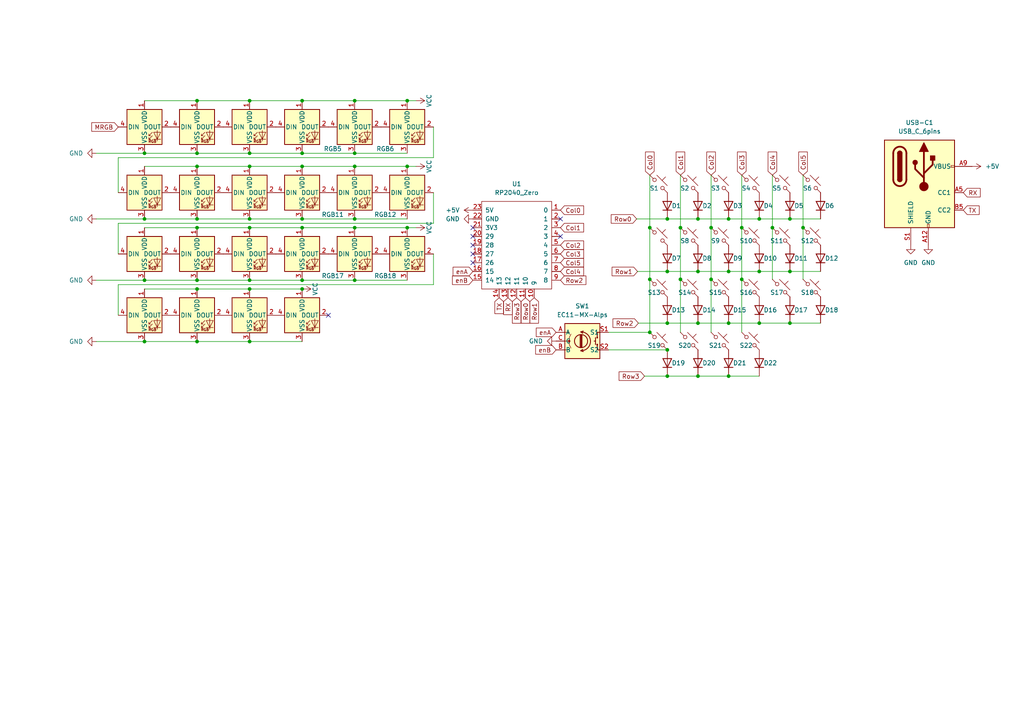
<source format=kicad_sch>
(kicad_sch (version 20230121) (generator eeschema)

  (uuid 790a69d9-0d7d-4c73-9c26-acf34c8ea3c4)

  (paper "A4")

  (lib_symbols
    (symbol "Diode:1N4148" (pin_numbers hide) (pin_names hide) (in_bom yes) (on_board yes)
      (property "Reference" "D" (at 0 2.54 0)
        (effects (font (size 1.27 1.27)))
      )
      (property "Value" "1N4148" (at 0 -2.54 0)
        (effects (font (size 1.27 1.27)))
      )
      (property "Footprint" "Diode_THT:D_DO-35_SOD27_P7.62mm_Horizontal" (at 0 0 0)
        (effects (font (size 1.27 1.27)) hide)
      )
      (property "Datasheet" "https://assets.nexperia.com/documents/data-sheet/1N4148_1N4448.pdf" (at 0 0 0)
        (effects (font (size 1.27 1.27)) hide)
      )
      (property "Sim.Device" "D" (at 0 0 0)
        (effects (font (size 1.27 1.27)) hide)
      )
      (property "Sim.Pins" "1=K 2=A" (at 0 0 0)
        (effects (font (size 1.27 1.27)) hide)
      )
      (property "ki_keywords" "diode" (at 0 0 0)
        (effects (font (size 1.27 1.27)) hide)
      )
      (property "ki_description" "100V 0.15A standard switching diode, DO-35" (at 0 0 0)
        (effects (font (size 1.27 1.27)) hide)
      )
      (property "ki_fp_filters" "D*DO?35*" (at 0 0 0)
        (effects (font (size 1.27 1.27)) hide)
      )
      (symbol "1N4148_0_1"
        (polyline
          (pts
            (xy -1.27 1.27)
            (xy -1.27 -1.27)
          )
          (stroke (width 0.254) (type default))
          (fill (type none))
        )
        (polyline
          (pts
            (xy 1.27 0)
            (xy -1.27 0)
          )
          (stroke (width 0) (type default))
          (fill (type none))
        )
        (polyline
          (pts
            (xy 1.27 1.27)
            (xy 1.27 -1.27)
            (xy -1.27 0)
            (xy 1.27 1.27)
          )
          (stroke (width 0.254) (type default))
          (fill (type none))
        )
      )
      (symbol "1N4148_1_1"
        (pin passive line (at -3.81 0 0) (length 2.54)
          (name "K" (effects (font (size 1.27 1.27))))
          (number "1" (effects (font (size 1.27 1.27))))
        )
        (pin passive line (at 3.81 0 180) (length 2.54)
          (name "A" (effects (font (size 1.27 1.27))))
          (number "2" (effects (font (size 1.27 1.27))))
        )
      )
    )
    (symbol "EC-11C:EC11-MX-Alps" (pin_names (offset 0.254)) (in_bom yes) (on_board yes)
      (property "Reference" "SW1" (at 0 10.16 0)
        (effects (font (size 1.27 1.27)))
      )
      (property "Value" "EC11-MX-Alps" (at 0 7.62 0)
        (effects (font (size 1.27 1.27)))
      )
      (property "Footprint" "Rotary_Encoder.pretty (1):RotaryEncoder_Alps_EC11E_Vertical_H20mm" (at -3.81 4.064 0)
        (effects (font (size 1.27 1.27)) hide)
      )
      (property "Datasheet" "" (at 0 6.604 0)
        (effects (font (size 1.27 1.27)) hide)
      )
      (property "ki_fp_filters" "RotaryEncoder*Switch*" (at 0 0 0)
        (effects (font (size 1.27 1.27)) hide)
      )
      (symbol "EC11-MX-Alps_0_1"
        (rectangle (start -5.08 5.08) (end 5.08 -5.08)
          (stroke (width 0.254) (type solid))
          (fill (type background))
        )
        (circle (center -3.81 0) (radius 0.254)
          (stroke (width 0) (type solid))
          (fill (type outline))
        )
        (arc (start -0.381 -2.794) (mid 2.3376 -0.0635) (end -0.381 2.667)
          (stroke (width 0.254) (type solid))
          (fill (type none))
        )
        (circle (center -0.381 0) (radius 1.905)
          (stroke (width 0.254) (type solid))
          (fill (type none))
        )
        (polyline
          (pts
            (xy -0.635 -1.778)
            (xy -0.635 1.778)
          )
          (stroke (width 0.254) (type solid))
          (fill (type none))
        )
        (polyline
          (pts
            (xy -0.381 -1.778)
            (xy -0.381 1.778)
          )
          (stroke (width 0.254) (type solid))
          (fill (type none))
        )
        (polyline
          (pts
            (xy -0.127 1.778)
            (xy -0.127 -1.778)
          )
          (stroke (width 0.254) (type solid))
          (fill (type none))
        )
        (polyline
          (pts
            (xy 3.81 0)
            (xy 3.429 0)
          )
          (stroke (width 0.254) (type solid))
          (fill (type none))
        )
        (polyline
          (pts
            (xy 3.81 1.016)
            (xy 3.81 -1.016)
          )
          (stroke (width 0.254) (type solid))
          (fill (type none))
        )
        (polyline
          (pts
            (xy -5.08 -2.54)
            (xy -3.81 -2.54)
            (xy -3.81 -2.032)
          )
          (stroke (width 0) (type solid))
          (fill (type none))
        )
        (polyline
          (pts
            (xy -5.08 2.54)
            (xy -3.81 2.54)
            (xy -3.81 2.032)
          )
          (stroke (width 0) (type solid))
          (fill (type none))
        )
        (polyline
          (pts
            (xy 0.254 -3.048)
            (xy -0.508 -2.794)
            (xy 0.127 -2.413)
          )
          (stroke (width 0.254) (type solid))
          (fill (type none))
        )
        (polyline
          (pts
            (xy 0.254 2.921)
            (xy -0.508 2.667)
            (xy 0.127 2.286)
          )
          (stroke (width 0.254) (type solid))
          (fill (type none))
        )
        (polyline
          (pts
            (xy 5.08 -2.54)
            (xy 4.318 -2.54)
            (xy 4.318 -1.016)
          )
          (stroke (width 0.254) (type solid))
          (fill (type none))
        )
        (polyline
          (pts
            (xy 5.08 2.54)
            (xy 4.318 2.54)
            (xy 4.318 1.016)
          )
          (stroke (width 0.254) (type solid))
          (fill (type none))
        )
        (polyline
          (pts
            (xy -5.08 0)
            (xy -3.81 0)
            (xy -3.81 -1.016)
            (xy -3.302 -2.032)
          )
          (stroke (width 0) (type solid))
          (fill (type none))
        )
        (polyline
          (pts
            (xy -4.318 0)
            (xy -3.81 0)
            (xy -3.81 1.016)
            (xy -3.302 2.032)
          )
          (stroke (width 0) (type solid))
          (fill (type none))
        )
        (circle (center 4.318 -1.016) (radius 0.127)
          (stroke (width 0.254) (type solid))
          (fill (type none))
        )
        (circle (center 4.318 1.016) (radius 0.127)
          (stroke (width 0.254) (type solid))
          (fill (type none))
        )
      )
      (symbol "EC11-MX-Alps_1_1"
        (pin passive line (at -7.62 2.54 0) (length 2.54)
          (name "A" (effects (font (size 1.27 1.27))))
          (number "A" (effects (font (size 1.27 1.27))))
        )
        (pin passive line (at -7.62 -2.54 0) (length 2.54)
          (name "B" (effects (font (size 1.27 1.27))))
          (number "B" (effects (font (size 1.27 1.27))))
        )
        (pin passive line (at -7.62 0 0) (length 2.54)
          (name "C" (effects (font (size 1.27 1.27))))
          (number "C" (effects (font (size 1.27 1.27))))
        )
        (pin passive line (at 7.62 2.54 180) (length 2.54)
          (name "S1" (effects (font (size 1.27 1.27))))
          (number "S1" (effects (font (size 1.27 1.27))))
        )
        (pin passive line (at 7.62 -2.54 180) (length 2.54)
          (name "S2" (effects (font (size 1.27 1.27))))
          (number "S2" (effects (font (size 1.27 1.27))))
        )
      )
    )
    (symbol "Interface_USB:USB_C_6pins" (pin_names (offset 1.016)) (in_bom yes) (on_board yes)
      (property "Reference" "USB-C" (at -10.16 15.24 0)
        (effects (font (size 1.27 1.27)) (justify left))
      )
      (property "Value" "USB_C_6pins" (at 12.7 15.24 0)
        (effects (font (size 1.27 1.27)) (justify right))
      )
      (property "Footprint" "" (at 5.08 5.08 0)
        (effects (font (size 1.27 1.27)) hide)
      )
      (property "Datasheet" "https://www.usb.org/sites/default/files/documents/usb_type-c.zip" (at 5.08 5.08 0)
        (effects (font (size 1.27 1.27)) hide)
      )
      (property "ki_keywords" "usb universal serial bus type-C USB2.0" (at 0 0 0)
        (effects (font (size 1.27 1.27)) hide)
      )
      (property "ki_description" "USB 2.0-only Type-C Plug connector" (at 0 0 0)
        (effects (font (size 1.27 1.27)) hide)
      )
      (property "ki_fp_filters" "USB*C*Plug*" (at 0 0 0)
        (effects (font (size 1.27 1.27)) hide)
      )
      (symbol "USB_C_6pins_0_0"
        (rectangle (start 2.286 -12.7) (end 2.794 -11.684)
          (stroke (width 0) (type solid))
          (fill (type none))
        )
        (rectangle (start 10.16 5.334) (end 9.144 4.826)
          (stroke (width 0) (type solid))
          (fill (type none))
        )
        (pin bidirectional line (at 12.7 -2.54 180) (length 2.54)
          (name "CC1" (effects (font (size 1.27 1.27))))
          (number "A5" (effects (font (size 1.27 1.27))))
        )
        (pin bidirectional line (at 12.7 -7.62 180) (length 2.54)
          (name "CC2" (effects (font (size 1.27 1.27))))
          (number "B5" (effects (font (size 1.27 1.27))))
        )
      )
      (symbol "USB_C_6pins_0_1"
        (rectangle (start -10.16 12.7) (end 10.16 -12.7)
          (stroke (width 0.254) (type solid))
          (fill (type background))
        )
        (arc (start -7.62 1.27) (mid -5.715 -0.6267) (end -3.81 1.27)
          (stroke (width 0.508) (type solid))
          (fill (type none))
        )
        (arc (start -6.35 1.27) (mid -5.715 0.6377) (end -5.08 1.27)
          (stroke (width 0.254) (type solid))
          (fill (type none))
        )
        (arc (start -6.35 1.27) (mid -5.715 0.6377) (end -5.08 1.27)
          (stroke (width 0.254) (type solid))
          (fill (type outline))
        )
        (rectangle (start -6.35 1.27) (end -5.08 8.89)
          (stroke (width 0.254) (type solid))
          (fill (type outline))
        )
        (arc (start -5.08 8.89) (mid -5.715 9.5223) (end -6.35 8.89)
          (stroke (width 0.254) (type solid))
          (fill (type none))
        )
        (arc (start -5.08 8.89) (mid -5.715 9.5223) (end -6.35 8.89)
          (stroke (width 0.254) (type solid))
          (fill (type outline))
        )
        (arc (start -3.81 8.89) (mid -5.715 10.7867) (end -7.62 8.89)
          (stroke (width 0.508) (type solid))
          (fill (type none))
        )
        (circle (center -1.27 6.223) (radius 0.635)
          (stroke (width 0.254) (type solid))
          (fill (type outline))
        )
        (polyline
          (pts
            (xy -7.62 1.27)
            (xy -7.62 8.89)
          )
          (stroke (width 0.508) (type solid))
          (fill (type none))
        )
        (polyline
          (pts
            (xy -3.81 8.89)
            (xy -3.81 1.27)
          )
          (stroke (width 0.508) (type solid))
          (fill (type none))
        )
        (polyline
          (pts
            (xy 1.27 -0.762)
            (xy 1.27 9.398)
          )
          (stroke (width 0.508) (type solid))
          (fill (type none))
        )
        (polyline
          (pts
            (xy 1.27 1.778)
            (xy -1.27 4.318)
            (xy -1.27 5.588)
          )
          (stroke (width 0.508) (type solid))
          (fill (type none))
        )
        (polyline
          (pts
            (xy 1.27 3.048)
            (xy 3.81 5.588)
            (xy 3.81 6.858)
          )
          (stroke (width 0.508) (type solid))
          (fill (type none))
        )
        (polyline
          (pts
            (xy 0 9.398)
            (xy 1.27 11.938)
            (xy 2.54 9.398)
            (xy 0 9.398)
          )
          (stroke (width 0.254) (type solid))
          (fill (type outline))
        )
        (circle (center 1.27 -0.762) (radius 1.27)
          (stroke (width 0) (type solid))
          (fill (type outline))
        )
        (rectangle (start 3.175 6.858) (end 4.445 8.128)
          (stroke (width 0.254) (type solid))
          (fill (type outline))
        )
      )
      (symbol "USB_C_6pins_1_1"
        (pin power_in line (at 2.54 -17.78 90) (length 5.08)
          (name "GND" (effects (font (size 1.27 1.27))))
          (number "A12" (effects (font (size 1.27 1.27))))
        )
        (pin power_in line (at 15.24 5.08 180) (length 5.08)
          (name "VBUS" (effects (font (size 1.27 1.27))))
          (number "A9" (effects (font (size 1.27 1.27))))
        )
        (pin passive line (at 2.54 -17.78 90) (length 5.08) hide
          (name "GND" (effects (font (size 1.27 1.27))))
          (number "B12" (effects (font (size 1.27 1.27))))
        )
        (pin passive line (at 15.24 5.08 180) (length 5.08) hide
          (name "VBUS" (effects (font (size 1.27 1.27))))
          (number "B9" (effects (font (size 1.27 1.27))))
        )
        (pin passive line (at -2.54 -17.78 90) (length 5.08)
          (name "SHIELD" (effects (font (size 1.27 1.27))))
          (number "S1" (effects (font (size 1.27 1.27))))
        )
      )
    )
    (symbol "ScottoKeebs:LED_WS2812B" (pin_names (offset 0.254)) (in_bom yes) (on_board yes)
      (property "Reference" "D" (at 5.08 5.715 0)
        (effects (font (size 1.27 1.27)) (justify right bottom))
      )
      (property "Value" "LED_WS2812B" (at 1.27 -5.715 0)
        (effects (font (size 1.27 1.27)) (justify left top))
      )
      (property "Footprint" "ScottoKeebs_Components:LED_WS2812B" (at 1.27 -7.62 0)
        (effects (font (size 1.27 1.27)) (justify left top) hide)
      )
      (property "Datasheet" "https://cdn-shop.adafruit.com/datasheets/WS2812B.pdf" (at 2.54 -9.525 0)
        (effects (font (size 1.27 1.27)) (justify left top) hide)
      )
      (property "ki_keywords" "RGB LED NeoPixel addressable" (at 0 0 0)
        (effects (font (size 1.27 1.27)) hide)
      )
      (property "ki_description" "RGB LED with integrated controller" (at 0 0 0)
        (effects (font (size 1.27 1.27)) hide)
      )
      (property "ki_fp_filters" "LED*WS2812*PLCC*5.0x5.0mm*P3.2mm*" (at 0 0 0)
        (effects (font (size 1.27 1.27)) hide)
      )
      (symbol "LED_WS2812B_0_0"
        (text "RGB" (at 2.286 -4.191 0)
          (effects (font (size 0.762 0.762)))
        )
      )
      (symbol "LED_WS2812B_0_1"
        (polyline
          (pts
            (xy 1.27 -3.556)
            (xy 1.778 -3.556)
          )
          (stroke (width 0) (type default))
          (fill (type none))
        )
        (polyline
          (pts
            (xy 1.27 -2.54)
            (xy 1.778 -2.54)
          )
          (stroke (width 0) (type default))
          (fill (type none))
        )
        (polyline
          (pts
            (xy 4.699 -3.556)
            (xy 2.667 -3.556)
          )
          (stroke (width 0) (type default))
          (fill (type none))
        )
        (polyline
          (pts
            (xy 2.286 -2.54)
            (xy 1.27 -3.556)
            (xy 1.27 -3.048)
          )
          (stroke (width 0) (type default))
          (fill (type none))
        )
        (polyline
          (pts
            (xy 2.286 -1.524)
            (xy 1.27 -2.54)
            (xy 1.27 -2.032)
          )
          (stroke (width 0) (type default))
          (fill (type none))
        )
        (polyline
          (pts
            (xy 3.683 -1.016)
            (xy 3.683 -3.556)
            (xy 3.683 -4.064)
          )
          (stroke (width 0) (type default))
          (fill (type none))
        )
        (polyline
          (pts
            (xy 4.699 -1.524)
            (xy 2.667 -1.524)
            (xy 3.683 -3.556)
            (xy 4.699 -1.524)
          )
          (stroke (width 0) (type default))
          (fill (type none))
        )
        (rectangle (start 5.08 5.08) (end -5.08 -5.08)
          (stroke (width 0.254) (type default))
          (fill (type background))
        )
      )
      (symbol "LED_WS2812B_1_1"
        (pin power_in line (at 0 7.62 270) (length 2.54)
          (name "VDD" (effects (font (size 1.27 1.27))))
          (number "1" (effects (font (size 1.27 1.27))))
        )
        (pin output line (at 7.62 0 180) (length 2.54)
          (name "DOUT" (effects (font (size 1.27 1.27))))
          (number "2" (effects (font (size 1.27 1.27))))
        )
        (pin power_in line (at 0 -7.62 90) (length 2.54)
          (name "VSS" (effects (font (size 1.27 1.27))))
          (number "3" (effects (font (size 1.27 1.27))))
        )
        (pin input line (at -7.62 0 0) (length 2.54)
          (name "DIN" (effects (font (size 1.27 1.27))))
          (number "4" (effects (font (size 1.27 1.27))))
        )
      )
    )
    (symbol "ScottoKeebs:MCU_RP2040_Zero" (pin_names (offset 1.016)) (in_bom yes) (on_board yes)
      (property "Reference" "U" (at 0 15.24 0)
        (effects (font (size 1.27 1.27)))
      )
      (property "Value" "RP2040_Zero" (at 0 12.7 0)
        (effects (font (size 1.27 1.27)))
      )
      (property "Footprint" "ScottoKeebs_MCU:RP2040_Zero" (at -8.89 5.08 0)
        (effects (font (size 1.27 1.27)) hide)
      )
      (property "Datasheet" "" (at -8.89 5.08 0)
        (effects (font (size 1.27 1.27)) hide)
      )
      (symbol "MCU_RP2040_Zero_0_1"
        (rectangle (start -10.16 11.43) (end 10.16 -13.97)
          (stroke (width 0) (type default))
          (fill (type none))
        )
      )
      (symbol "MCU_RP2040_Zero_1_1"
        (pin bidirectional line (at 12.7 8.89 180) (length 2.54)
          (name "0" (effects (font (size 1.27 1.27))))
          (number "1" (effects (font (size 1.27 1.27))))
        )
        (pin bidirectional line (at 5.08 -16.51 90) (length 2.54)
          (name "9" (effects (font (size 1.27 1.27))))
          (number "10" (effects (font (size 1.27 1.27))))
        )
        (pin bidirectional line (at 2.54 -16.51 90) (length 2.54)
          (name "10" (effects (font (size 1.27 1.27))))
          (number "11" (effects (font (size 1.27 1.27))))
        )
        (pin bidirectional line (at 0 -16.51 90) (length 2.54)
          (name "11" (effects (font (size 1.27 1.27))))
          (number "12" (effects (font (size 1.27 1.27))))
        )
        (pin bidirectional line (at -2.54 -16.51 90) (length 2.54)
          (name "12" (effects (font (size 1.27 1.27))))
          (number "13" (effects (font (size 1.27 1.27))))
        )
        (pin bidirectional line (at -5.08 -16.51 90) (length 2.54)
          (name "13" (effects (font (size 1.27 1.27))))
          (number "14" (effects (font (size 1.27 1.27))))
        )
        (pin bidirectional line (at -12.7 -11.43 0) (length 2.54)
          (name "14" (effects (font (size 1.27 1.27))))
          (number "15" (effects (font (size 1.27 1.27))))
        )
        (pin bidirectional line (at -12.7 -8.89 0) (length 2.54)
          (name "15" (effects (font (size 1.27 1.27))))
          (number "16" (effects (font (size 1.27 1.27))))
        )
        (pin bidirectional line (at -12.7 -6.35 0) (length 2.54)
          (name "26" (effects (font (size 1.27 1.27))))
          (number "17" (effects (font (size 1.27 1.27))))
        )
        (pin bidirectional line (at -12.7 -3.81 0) (length 2.54)
          (name "27" (effects (font (size 1.27 1.27))))
          (number "18" (effects (font (size 1.27 1.27))))
        )
        (pin bidirectional line (at -12.7 -1.27 0) (length 2.54)
          (name "28" (effects (font (size 1.27 1.27))))
          (number "19" (effects (font (size 1.27 1.27))))
        )
        (pin bidirectional line (at 12.7 6.35 180) (length 2.54)
          (name "1" (effects (font (size 1.27 1.27))))
          (number "2" (effects (font (size 1.27 1.27))))
        )
        (pin bidirectional line (at -12.7 1.27 0) (length 2.54)
          (name "29" (effects (font (size 1.27 1.27))))
          (number "20" (effects (font (size 1.27 1.27))))
        )
        (pin power_out line (at -12.7 3.81 0) (length 2.54)
          (name "3V3" (effects (font (size 1.27 1.27))))
          (number "21" (effects (font (size 1.27 1.27))))
        )
        (pin power_out line (at -12.7 6.35 0) (length 2.54)
          (name "GND" (effects (font (size 1.27 1.27))))
          (number "22" (effects (font (size 1.27 1.27))))
        )
        (pin power_out line (at -12.7 8.89 0) (length 2.54)
          (name "5V" (effects (font (size 1.27 1.27))))
          (number "23" (effects (font (size 1.27 1.27))))
        )
        (pin bidirectional line (at 12.7 3.81 180) (length 2.54)
          (name "2" (effects (font (size 1.27 1.27))))
          (number "3" (effects (font (size 1.27 1.27))))
        )
        (pin bidirectional line (at 12.7 1.27 180) (length 2.54)
          (name "3" (effects (font (size 1.27 1.27))))
          (number "4" (effects (font (size 1.27 1.27))))
        )
        (pin bidirectional line (at 12.7 -1.27 180) (length 2.54)
          (name "4" (effects (font (size 1.27 1.27))))
          (number "5" (effects (font (size 1.27 1.27))))
        )
        (pin bidirectional line (at 12.7 -3.81 180) (length 2.54)
          (name "5" (effects (font (size 1.27 1.27))))
          (number "6" (effects (font (size 1.27 1.27))))
        )
        (pin bidirectional line (at 12.7 -6.35 180) (length 2.54)
          (name "6" (effects (font (size 1.27 1.27))))
          (number "7" (effects (font (size 1.27 1.27))))
        )
        (pin bidirectional line (at 12.7 -8.89 180) (length 2.54)
          (name "7" (effects (font (size 1.27 1.27))))
          (number "8" (effects (font (size 1.27 1.27))))
        )
        (pin bidirectional line (at 12.7 -11.43 180) (length 2.54)
          (name "8" (effects (font (size 1.27 1.27))))
          (number "9" (effects (font (size 1.27 1.27))))
        )
      )
    )
    (symbol "ScottoKeebs:Placeholder_Keyswitch" (pin_numbers hide) (pin_names (offset 1.016) hide) (in_bom yes) (on_board yes)
      (property "Reference" "S" (at 3.048 1.016 0)
        (effects (font (size 1.27 1.27)) (justify left))
      )
      (property "Value" "Keyswitch" (at 0 -3.81 0)
        (effects (font (size 1.27 1.27)))
      )
      (property "Footprint" "" (at 0 0 0)
        (effects (font (size 1.27 1.27)) hide)
      )
      (property "Datasheet" "~" (at 0 0 0)
        (effects (font (size 1.27 1.27)) hide)
      )
      (property "ki_keywords" "switch normally-open pushbutton push-button" (at 0 0 0)
        (effects (font (size 1.27 1.27)) hide)
      )
      (property "ki_description" "Push button switch, normally open, two pins, 45° tilted" (at 0 0 0)
        (effects (font (size 1.27 1.27)) hide)
      )
      (symbol "Placeholder_Keyswitch_0_1"
        (circle (center -1.1684 1.1684) (radius 0.508)
          (stroke (width 0) (type default))
          (fill (type none))
        )
        (polyline
          (pts
            (xy -0.508 2.54)
            (xy 2.54 -0.508)
          )
          (stroke (width 0) (type default))
          (fill (type none))
        )
        (polyline
          (pts
            (xy 1.016 1.016)
            (xy 2.032 2.032)
          )
          (stroke (width 0) (type default))
          (fill (type none))
        )
        (polyline
          (pts
            (xy -2.54 2.54)
            (xy -1.524 1.524)
            (xy -1.524 1.524)
          )
          (stroke (width 0) (type default))
          (fill (type none))
        )
        (polyline
          (pts
            (xy 1.524 -1.524)
            (xy 2.54 -2.54)
            (xy 2.54 -2.54)
            (xy 2.54 -2.54)
          )
          (stroke (width 0) (type default))
          (fill (type none))
        )
        (circle (center 1.143 -1.1938) (radius 0.508)
          (stroke (width 0) (type default))
          (fill (type none))
        )
        (pin passive line (at -2.54 2.54 0) (length 0)
          (name "1" (effects (font (size 1.27 1.27))))
          (number "1" (effects (font (size 1.27 1.27))))
        )
        (pin passive line (at 2.54 -2.54 180) (length 0)
          (name "2" (effects (font (size 1.27 1.27))))
          (number "2" (effects (font (size 1.27 1.27))))
        )
      )
    )
    (symbol "power:+5V" (power) (pin_names (offset 0)) (in_bom yes) (on_board yes)
      (property "Reference" "#PWR" (at 0 -3.81 0)
        (effects (font (size 1.27 1.27)) hide)
      )
      (property "Value" "+5V" (at 0 3.556 0)
        (effects (font (size 1.27 1.27)))
      )
      (property "Footprint" "" (at 0 0 0)
        (effects (font (size 1.27 1.27)) hide)
      )
      (property "Datasheet" "" (at 0 0 0)
        (effects (font (size 1.27 1.27)) hide)
      )
      (property "ki_keywords" "global power" (at 0 0 0)
        (effects (font (size 1.27 1.27)) hide)
      )
      (property "ki_description" "Power symbol creates a global label with name \"+5V\"" (at 0 0 0)
        (effects (font (size 1.27 1.27)) hide)
      )
      (symbol "+5V_0_1"
        (polyline
          (pts
            (xy -0.762 1.27)
            (xy 0 2.54)
          )
          (stroke (width 0) (type default))
          (fill (type none))
        )
        (polyline
          (pts
            (xy 0 0)
            (xy 0 2.54)
          )
          (stroke (width 0) (type default))
          (fill (type none))
        )
        (polyline
          (pts
            (xy 0 2.54)
            (xy 0.762 1.27)
          )
          (stroke (width 0) (type default))
          (fill (type none))
        )
      )
      (symbol "+5V_1_1"
        (pin power_in line (at 0 0 90) (length 0) hide
          (name "+5V" (effects (font (size 1.27 1.27))))
          (number "1" (effects (font (size 1.27 1.27))))
        )
      )
    )
    (symbol "power:GND" (power) (pin_names (offset 0)) (in_bom yes) (on_board yes)
      (property "Reference" "#PWR" (at 0 -6.35 0)
        (effects (font (size 1.27 1.27)) hide)
      )
      (property "Value" "GND" (at 0 -3.81 0)
        (effects (font (size 1.27 1.27)))
      )
      (property "Footprint" "" (at 0 0 0)
        (effects (font (size 1.27 1.27)) hide)
      )
      (property "Datasheet" "" (at 0 0 0)
        (effects (font (size 1.27 1.27)) hide)
      )
      (property "ki_keywords" "global power" (at 0 0 0)
        (effects (font (size 1.27 1.27)) hide)
      )
      (property "ki_description" "Power symbol creates a global label with name \"GND\" , ground" (at 0 0 0)
        (effects (font (size 1.27 1.27)) hide)
      )
      (symbol "GND_0_1"
        (polyline
          (pts
            (xy 0 0)
            (xy 0 -1.27)
            (xy 1.27 -1.27)
            (xy 0 -2.54)
            (xy -1.27 -1.27)
            (xy 0 -1.27)
          )
          (stroke (width 0) (type default))
          (fill (type none))
        )
      )
      (symbol "GND_1_1"
        (pin power_in line (at 0 0 270) (length 0) hide
          (name "GND" (effects (font (size 1.27 1.27))))
          (number "1" (effects (font (size 1.27 1.27))))
        )
      )
    )
    (symbol "power:VCC" (power) (pin_names (offset 0)) (in_bom yes) (on_board yes)
      (property "Reference" "#PWR" (at 0 -3.81 0)
        (effects (font (size 1.27 1.27)) hide)
      )
      (property "Value" "VCC" (at 0 3.81 0)
        (effects (font (size 1.27 1.27)))
      )
      (property "Footprint" "" (at 0 0 0)
        (effects (font (size 1.27 1.27)) hide)
      )
      (property "Datasheet" "" (at 0 0 0)
        (effects (font (size 1.27 1.27)) hide)
      )
      (property "ki_keywords" "global power" (at 0 0 0)
        (effects (font (size 1.27 1.27)) hide)
      )
      (property "ki_description" "Power symbol creates a global label with name \"VCC\"" (at 0 0 0)
        (effects (font (size 1.27 1.27)) hide)
      )
      (symbol "VCC_0_1"
        (polyline
          (pts
            (xy -0.762 1.27)
            (xy 0 2.54)
          )
          (stroke (width 0) (type default))
          (fill (type none))
        )
        (polyline
          (pts
            (xy 0 0)
            (xy 0 2.54)
          )
          (stroke (width 0) (type default))
          (fill (type none))
        )
        (polyline
          (pts
            (xy 0 2.54)
            (xy 0.762 1.27)
          )
          (stroke (width 0) (type default))
          (fill (type none))
        )
      )
      (symbol "VCC_1_1"
        (pin power_in line (at 0 0 90) (length 0) hide
          (name "VCC" (effects (font (size 1.27 1.27))))
          (number "1" (effects (font (size 1.27 1.27))))
        )
      )
    )
  )

  (junction (at 188.468 81.026) (diameter 0) (color 0 0 0 0)
    (uuid 0a731db3-1a9f-4772-9215-f307dc6a5ada)
  )
  (junction (at 57.15 99.06) (diameter 0) (color 0 0 0 0)
    (uuid 0cd92d4a-d91d-4298-afaf-e18befeb2a40)
  )
  (junction (at 202.438 109.093) (diameter 0) (color 0 0 0 0)
    (uuid 0fc0acac-ab38-4a7a-bf89-e13724c219be)
  )
  (junction (at 220.218 78.74) (diameter 0) (color 0 0 0 0)
    (uuid 12844c53-1831-4d77-9d48-972d49665cb2)
  )
  (junction (at 220.218 63.5) (diameter 0) (color 0 0 0 0)
    (uuid 12d56d0e-9bc8-466a-b410-5c37e371c20a)
  )
  (junction (at 202.438 63.5) (diameter 0) (color 0 0 0 0)
    (uuid 159a1e23-cc73-4338-89ef-1ec8883a1373)
  )
  (junction (at 102.87 66.04) (diameter 0) (color 0 0 0 0)
    (uuid 1c45b9c4-0fba-4016-9d16-d90b26ea5e04)
  )
  (junction (at 102.87 29.21) (diameter 0) (color 0 0 0 0)
    (uuid 1d1a651b-6bf8-499d-9efa-8db895de686e)
  )
  (junction (at 188.468 66.04) (diameter 0) (color 0 0 0 0)
    (uuid 1de65f1c-2395-404a-b448-0a972c156752)
  )
  (junction (at 72.39 63.5) (diameter 0) (color 0 0 0 0)
    (uuid 1f8bc9c4-b371-4a83-9277-bf80b6dde002)
  )
  (junction (at 57.15 29.21) (diameter 0) (color 0 0 0 0)
    (uuid 205359c1-3dcc-4dff-8ce6-9bec9444ef59)
  )
  (junction (at 72.39 81.28) (diameter 0) (color 0 0 0 0)
    (uuid 2393d1ad-09c5-483f-85f1-383d18248334)
  )
  (junction (at 193.548 109.093) (diameter 0) (color 0 0 0 0)
    (uuid 307a5ea2-8bc9-4c39-8371-bcde4860e26c)
  )
  (junction (at 118.11 66.04) (diameter 0) (color 0 0 0 0)
    (uuid 356acf22-f38f-449e-aff3-1095ef594be0)
  )
  (junction (at 102.87 48.26) (diameter 0) (color 0 0 0 0)
    (uuid 38429b2b-b335-44e0-802f-1a8f9e0fa474)
  )
  (junction (at 87.63 63.5) (diameter 0) (color 0 0 0 0)
    (uuid 4105df0b-7f6d-481a-a454-dd330610a89f)
  )
  (junction (at 87.63 29.21) (diameter 0) (color 0 0 0 0)
    (uuid 46759e97-c2a3-4d67-9449-374063875e93)
  )
  (junction (at 87.63 44.45) (diameter 0) (color 0 0 0 0)
    (uuid 4d141e9e-03ea-4ffb-bf21-beecb06e052c)
  )
  (junction (at 224.028 66.04) (diameter 0) (color 0 0 0 0)
    (uuid 4d6cf9e8-f5bf-4d72-aa88-13019d0e148d)
  )
  (junction (at 220.218 93.726) (diameter 0) (color 0 0 0 0)
    (uuid 4ede43dd-bc0e-4898-918f-7d4d4447120e)
  )
  (junction (at 72.39 29.21) (diameter 0) (color 0 0 0 0)
    (uuid 5101650b-e1e8-49de-9a2c-8d5bc74b0169)
  )
  (junction (at 202.438 78.74) (diameter 0) (color 0 0 0 0)
    (uuid 5265314c-3f6c-4dd3-86d0-deecf9345c6a)
  )
  (junction (at 72.39 99.06) (diameter 0) (color 0 0 0 0)
    (uuid 5f22d150-1a6c-4b03-9a07-cbca6026ec8b)
  )
  (junction (at 87.63 83.82) (diameter 0) (color 0 0 0 0)
    (uuid 6132a765-b1bb-4cde-a4f3-e6286353ca86)
  )
  (junction (at 202.438 93.726) (diameter 0) (color 0 0 0 0)
    (uuid 648c1738-128d-4cd4-832a-ba03a1c06325)
  )
  (junction (at 211.328 109.093) (diameter 0) (color 0 0 0 0)
    (uuid 64eb5117-7acf-42b2-a0de-781eacdf2bc1)
  )
  (junction (at 215.138 81.026) (diameter 0) (color 0 0 0 0)
    (uuid 6cfbf21d-721d-4f90-9d66-7d004e127aa2)
  )
  (junction (at 193.548 93.726) (diameter 0) (color 0 0 0 0)
    (uuid 6ddb209d-5014-4377-9405-9c422487b11f)
  )
  (junction (at 229.108 78.74) (diameter 0) (color 0 0 0 0)
    (uuid 71384358-9936-436d-bb61-1be6902654e4)
  )
  (junction (at 215.138 66.04) (diameter 0) (color 0 0 0 0)
    (uuid 7b95dc45-6600-4bbc-be95-9ef8eefd996b)
  )
  (junction (at 87.63 48.26) (diameter 0) (color 0 0 0 0)
    (uuid 7e805d17-7326-4d73-bf35-2662f046d365)
  )
  (junction (at 211.328 78.74) (diameter 0) (color 0 0 0 0)
    (uuid 7f261e4a-1a4b-43df-9a85-cfbdaab15e1a)
  )
  (junction (at 41.91 44.45) (diameter 0) (color 0 0 0 0)
    (uuid 84633dbb-7d1f-4699-9c63-1d4055b03855)
  )
  (junction (at 197.358 81.026) (diameter 0) (color 0 0 0 0)
    (uuid 86ba67ff-668f-4e62-a9bd-5c15ec87d8ae)
  )
  (junction (at 87.63 66.04) (diameter 0) (color 0 0 0 0)
    (uuid 88324a61-56e2-4ec8-93a5-4abad9296341)
  )
  (junction (at 102.87 44.45) (diameter 0) (color 0 0 0 0)
    (uuid 891646de-0141-4f4b-b4ca-9bd09a813c87)
  )
  (junction (at 57.15 48.26) (diameter 0) (color 0 0 0 0)
    (uuid 902f4bd0-37d2-49a1-91ce-2a5dd831b4a8)
  )
  (junction (at 57.15 81.28) (diameter 0) (color 0 0 0 0)
    (uuid 91227e10-1768-4444-bdd2-22bcb6fa5c46)
  )
  (junction (at 193.548 78.74) (diameter 0) (color 0 0 0 0)
    (uuid 91ecf7a2-20d1-404f-a5a6-dffba93d4d76)
  )
  (junction (at 41.91 81.28) (diameter 0) (color 0 0 0 0)
    (uuid 921c46b6-10c8-4298-ba35-61d989bb03a6)
  )
  (junction (at 57.15 63.5) (diameter 0) (color 0 0 0 0)
    (uuid 9ade479a-504b-49db-bad9-5228e61a7d2d)
  )
  (junction (at 229.108 93.726) (diameter 0) (color 0 0 0 0)
    (uuid a6edbf10-0b1b-4211-b603-b147744f49fd)
  )
  (junction (at 193.548 101.473) (diameter 0) (color 0 0 0 0)
    (uuid a960b10f-33b0-4ffb-a682-a27189c70650)
  )
  (junction (at 229.108 63.5) (diameter 0) (color 0 0 0 0)
    (uuid b00d4509-b6c1-4326-bb1b-7956ae20ca29)
  )
  (junction (at 57.15 44.45) (diameter 0) (color 0 0 0 0)
    (uuid b2c10e86-c3ce-4145-aef1-b202a86f2ed0)
  )
  (junction (at 57.15 66.04) (diameter 0) (color 0 0 0 0)
    (uuid b5c9954c-8e6f-49ed-80d7-2ace29b1c665)
  )
  (junction (at 188.468 96.393) (diameter 0) (color 0 0 0 0)
    (uuid b731d71c-8e76-4268-97d2-c6ae1e49c161)
  )
  (junction (at 211.328 63.5) (diameter 0) (color 0 0 0 0)
    (uuid bca7fbf6-157f-4c4f-b546-4c72564c6aa0)
  )
  (junction (at 41.91 99.06) (diameter 0) (color 0 0 0 0)
    (uuid bec0372c-2a15-4783-84b5-b7b6d03c831b)
  )
  (junction (at 72.39 44.45) (diameter 0) (color 0 0 0 0)
    (uuid bfa2f1ef-98f1-4a61-9561-3e54571b2fb7)
  )
  (junction (at 41.91 63.5) (diameter 0) (color 0 0 0 0)
    (uuid c220062c-95c6-4b7c-beaa-65a386a0ad84)
  )
  (junction (at 72.39 48.26) (diameter 0) (color 0 0 0 0)
    (uuid c3849aaf-eeb7-492b-99ae-3f27ebad9f0c)
  )
  (junction (at 206.248 66.04) (diameter 0) (color 0 0 0 0)
    (uuid c4498535-595c-4814-adf9-bb0071ea5f42)
  )
  (junction (at 102.87 63.5) (diameter 0) (color 0 0 0 0)
    (uuid c8d3bfd5-e21d-4f7f-abaa-051a009661f7)
  )
  (junction (at 206.248 81.026) (diameter 0) (color 0 0 0 0)
    (uuid cb879dfc-e7e5-45f2-8638-790160d3328a)
  )
  (junction (at 72.39 83.82) (diameter 0) (color 0 0 0 0)
    (uuid cbb393e3-29d3-4b9b-bf00-7afb021d8823)
  )
  (junction (at 118.11 48.26) (diameter 0) (color 0 0 0 0)
    (uuid cc0bf657-7e16-40bd-a18a-d1bf0199b1a5)
  )
  (junction (at 197.358 66.04) (diameter 0) (color 0 0 0 0)
    (uuid d04bc5c2-73a9-40d5-b914-fcbac3fd3a4a)
  )
  (junction (at 72.39 66.04) (diameter 0) (color 0 0 0 0)
    (uuid d3f9244f-3343-4b56-a484-2ce04e86d45e)
  )
  (junction (at 87.63 81.28) (diameter 0) (color 0 0 0 0)
    (uuid db3bd625-e1c8-46f3-8fec-a73548f7d38e)
  )
  (junction (at 193.548 63.5) (diameter 0) (color 0 0 0 0)
    (uuid ddd3f639-bfeb-4121-86ce-35cf17f8c31a)
  )
  (junction (at 57.15 83.82) (diameter 0) (color 0 0 0 0)
    (uuid e381b811-f467-4046-a832-8a14fa1f9e9d)
  )
  (junction (at 211.328 93.726) (diameter 0) (color 0 0 0 0)
    (uuid e4b0ece4-1c7a-4c6f-bf05-ed237a5aa728)
  )
  (junction (at 102.87 81.28) (diameter 0) (color 0 0 0 0)
    (uuid e4b737a9-5e23-405c-85bc-7ec651749f7b)
  )
  (junction (at 232.918 66.04) (diameter 0) (color 0 0 0 0)
    (uuid e4f2edf2-25c0-4855-8287-03a00017b17c)
  )
  (junction (at 118.11 29.21) (diameter 0) (color 0 0 0 0)
    (uuid fa0b87c6-7a09-4490-a17c-23b9fb694881)
  )

  (no_connect (at 137.16 71.12) (uuid 1b8e1947-a401-465f-8a11-c4a765b0b2df))
  (no_connect (at 137.16 66.04) (uuid 38778a4e-14ac-4fef-8c3d-7e1030ef3898))
  (no_connect (at 162.56 68.58) (uuid 62bb62ec-b0ad-4963-9531-6d5741f88d12))
  (no_connect (at 137.16 73.66) (uuid 643224ab-acc7-4064-b425-19c9d76bc81a))
  (no_connect (at 137.16 68.58) (uuid 86424312-17ed-42a5-b302-90cde0df2528))
  (no_connect (at 162.56 63.5) (uuid e2d3fe64-cbc7-4da6-8fbd-a94e2bc886aa))
  (no_connect (at 95.25 91.44) (uuid eaa3c124-be29-485f-b47b-fbfeda427d27))
  (no_connect (at 137.16 76.2) (uuid fbd60af1-722b-4743-853b-8d85ce29f2a7))

  (wire (pts (xy 202.438 78.74) (xy 211.328 78.74))
    (stroke (width 0) (type default))
    (uuid 047a07ab-9eb2-43b0-aae8-f5ad07dac00b)
  )
  (wire (pts (xy 206.248 66.04) (xy 206.248 81.026))
    (stroke (width 0) (type default))
    (uuid 08b8b947-6631-4ad1-b40e-aefa233d3c5e)
  )
  (wire (pts (xy 220.218 93.726) (xy 229.108 93.726))
    (stroke (width 0) (type default))
    (uuid 0ad913ae-da51-47e7-ad9e-00b300ef8b6c)
  )
  (wire (pts (xy 57.15 99.06) (xy 72.39 99.06))
    (stroke (width 0) (type default))
    (uuid 0ecb17e0-fba6-4f44-98de-5972eb1caccd)
  )
  (wire (pts (xy 206.248 81.026) (xy 206.248 96.393))
    (stroke (width 0) (type default))
    (uuid 10cbdecc-3ca1-4738-a4b1-6ebb0d58d23b)
  )
  (wire (pts (xy 229.108 93.726) (xy 237.998 93.726))
    (stroke (width 0) (type default))
    (uuid 1524fa75-3712-4d2c-87a4-f2438085c39d)
  )
  (wire (pts (xy 87.63 66.04) (xy 102.87 66.04))
    (stroke (width 0) (type default))
    (uuid 16df37ce-cf98-40c4-9bb6-1df20803b3c8)
  )
  (wire (pts (xy 87.63 63.5) (xy 102.87 63.5))
    (stroke (width 0) (type default))
    (uuid 196ff767-ba76-4b4d-9157-c7284817ffd5)
  )
  (wire (pts (xy 41.91 99.06) (xy 57.15 99.06))
    (stroke (width 0) (type default))
    (uuid 1a4fa3eb-e7fd-4457-9774-e16f7414c72c)
  )
  (wire (pts (xy 41.91 44.45) (xy 57.15 44.45))
    (stroke (width 0) (type default))
    (uuid 1bdcf2bf-6538-41c2-9c07-393325664266)
  )
  (wire (pts (xy 215.138 66.04) (xy 215.138 81.026))
    (stroke (width 0) (type default))
    (uuid 1f206a91-bf2e-4e8f-86a6-0353e30d5bdd)
  )
  (wire (pts (xy 118.11 66.04) (xy 120.65 66.04))
    (stroke (width 0) (type default))
    (uuid 1f796678-4571-4d32-9778-a8d0545518de)
  )
  (wire (pts (xy 87.63 48.26) (xy 102.87 48.26))
    (stroke (width 0) (type default))
    (uuid 21976e32-e226-4cae-a7ba-9a328a7ff521)
  )
  (wire (pts (xy 202.438 109.093) (xy 211.328 109.093))
    (stroke (width 0) (type default))
    (uuid 2c46df8a-6553-4e8d-b739-21e23c847329)
  )
  (wire (pts (xy 72.39 81.28) (xy 87.63 81.28))
    (stroke (width 0) (type default))
    (uuid 2eac5ff1-7168-4968-8b3a-953d12c93035)
  )
  (wire (pts (xy 193.548 63.5) (xy 202.438 63.5))
    (stroke (width 0) (type default))
    (uuid 305e6a81-c308-4145-9808-7f51667c9828)
  )
  (wire (pts (xy 34.29 82.55) (xy 34.29 91.44))
    (stroke (width 0) (type default))
    (uuid 32f6e7e3-85fd-41d0-9c41-87aa1f91ce51)
  )
  (wire (pts (xy 125.73 45.72) (xy 34.29 45.72))
    (stroke (width 0) (type default))
    (uuid 34ad1df7-c12d-44ac-8ae3-38fea14b231c)
  )
  (wire (pts (xy 224.028 50.8) (xy 224.028 66.04))
    (stroke (width 0) (type default))
    (uuid 386497f8-7eef-4709-8086-c7e0424a6286)
  )
  (wire (pts (xy 27.94 63.5) (xy 41.91 63.5))
    (stroke (width 0) (type default))
    (uuid 3ae56cc5-626a-4050-a74d-d756fc0cd5d2)
  )
  (wire (pts (xy 72.39 29.21) (xy 87.63 29.21))
    (stroke (width 0) (type default))
    (uuid 3bb15b5b-a755-4dba-98b5-759fd6ce3aa3)
  )
  (wire (pts (xy 176.53 101.473) (xy 193.548 101.473))
    (stroke (width 0) (type default))
    (uuid 3ea6f582-3b50-4c56-970c-f926db3e29c6)
  )
  (wire (pts (xy 185.166 93.726) (xy 193.548 93.726))
    (stroke (width 0) (type default))
    (uuid 3f50c940-86f1-4f02-b23b-740b4be99f75)
  )
  (wire (pts (xy 87.63 44.45) (xy 102.87 44.45))
    (stroke (width 0) (type default))
    (uuid 41f48375-498a-40f6-b3ef-c1bc16e1775a)
  )
  (wire (pts (xy 125.73 36.83) (xy 125.73 45.72))
    (stroke (width 0) (type default))
    (uuid 444bec0b-fa59-4834-9250-9ff197bbcd97)
  )
  (wire (pts (xy 186.944 109.093) (xy 193.548 109.093))
    (stroke (width 0) (type default))
    (uuid 4b4f8809-842b-4cb2-bd5f-7425abd299dc)
  )
  (wire (pts (xy 211.328 78.74) (xy 220.218 78.74))
    (stroke (width 0) (type default))
    (uuid 4bb9a7d8-9af9-4e80-80ed-713aff082a05)
  )
  (wire (pts (xy 197.358 66.04) (xy 197.358 81.026))
    (stroke (width 0) (type default))
    (uuid 4c12f59e-9809-44b3-8675-f744f206fc65)
  )
  (wire (pts (xy 72.39 44.45) (xy 87.63 44.45))
    (stroke (width 0) (type default))
    (uuid 4ca3ae21-b22d-494a-8f51-da314f9bca1f)
  )
  (wire (pts (xy 202.438 63.5) (xy 211.328 63.5))
    (stroke (width 0) (type default))
    (uuid 4e1f96a3-9bf7-42ef-8adc-d964f4d52276)
  )
  (wire (pts (xy 41.91 81.28) (xy 57.15 81.28))
    (stroke (width 0) (type default))
    (uuid 4ed7b02f-3172-4a7b-bce8-88458f18754c)
  )
  (wire (pts (xy 188.468 66.04) (xy 188.468 81.026))
    (stroke (width 0) (type default))
    (uuid 541975c4-016e-4d91-b314-d31d4648e893)
  )
  (wire (pts (xy 87.63 29.21) (xy 102.87 29.21))
    (stroke (width 0) (type default))
    (uuid 5645ca07-3e56-495f-bbc9-70eb5ba57db9)
  )
  (wire (pts (xy 188.468 96.393) (xy 176.53 96.393))
    (stroke (width 0) (type default))
    (uuid 56b81476-526d-4fed-9271-8134a615f612)
  )
  (wire (pts (xy 102.87 44.45) (xy 118.11 44.45))
    (stroke (width 0) (type default))
    (uuid 58cf7bbf-7eea-4564-8ea9-0a2abf6c1b19)
  )
  (wire (pts (xy 118.11 29.21) (xy 120.65 29.21))
    (stroke (width 0) (type default))
    (uuid 5ab6218b-7597-4548-8f9d-b13545c803cf)
  )
  (wire (pts (xy 232.918 66.04) (xy 232.918 81.026))
    (stroke (width 0) (type default))
    (uuid 5b9fa5a1-4fe4-4d84-b82e-482deb333f04)
  )
  (wire (pts (xy 72.39 48.26) (xy 87.63 48.26))
    (stroke (width 0) (type default))
    (uuid 5d3b14cf-270f-4729-ad30-901a21c7f3eb)
  )
  (wire (pts (xy 57.15 63.5) (xy 72.39 63.5))
    (stroke (width 0) (type default))
    (uuid 6011da82-7bb8-415b-bfe6-579071152bc6)
  )
  (wire (pts (xy 211.328 63.5) (xy 220.218 63.5))
    (stroke (width 0) (type default))
    (uuid 6221a47d-e4fb-4b0f-9101-61018de46a80)
  )
  (wire (pts (xy 125.73 55.88) (xy 125.73 64.77))
    (stroke (width 0) (type default))
    (uuid 626024ac-5e7e-43b4-80f5-de19ebf05510)
  )
  (wire (pts (xy 27.94 44.45) (xy 41.91 44.45))
    (stroke (width 0) (type default))
    (uuid 6831eb24-3153-4d09-963c-16b9035273b6)
  )
  (wire (pts (xy 229.108 78.74) (xy 237.998 78.74))
    (stroke (width 0) (type default))
    (uuid 68619926-4acb-49ed-bd33-3382f6d77f0f)
  )
  (wire (pts (xy 206.248 50.8) (xy 206.248 66.04))
    (stroke (width 0) (type default))
    (uuid 69b0d87a-514b-4bc7-9711-9685c289de88)
  )
  (wire (pts (xy 72.39 66.04) (xy 87.63 66.04))
    (stroke (width 0) (type default))
    (uuid 6b871fc0-a705-4338-b25f-bbc6234787aa)
  )
  (wire (pts (xy 197.358 81.026) (xy 197.358 96.393))
    (stroke (width 0) (type default))
    (uuid 6beb8967-9dfd-476a-8ba4-57d3d109d0e8)
  )
  (wire (pts (xy 72.39 83.82) (xy 87.63 83.82))
    (stroke (width 0) (type default))
    (uuid 6e64c862-fe73-410d-b467-6364132afb76)
  )
  (wire (pts (xy 57.15 83.82) (xy 72.39 83.82))
    (stroke (width 0) (type default))
    (uuid 6e6a65f3-e7ce-41e8-9926-2bd8cc9ed486)
  )
  (wire (pts (xy 57.15 81.28) (xy 72.39 81.28))
    (stroke (width 0) (type default))
    (uuid 73073d98-1dfe-422c-9eb5-3a882309418d)
  )
  (wire (pts (xy 27.94 99.06) (xy 41.91 99.06))
    (stroke (width 0) (type default))
    (uuid 731033e2-e139-4c20-a485-62922d9a9730)
  )
  (wire (pts (xy 34.29 64.77) (xy 34.29 73.66))
    (stroke (width 0) (type default))
    (uuid 735bab1b-044f-4454-9556-f6f425514968)
  )
  (wire (pts (xy 188.468 81.026) (xy 188.468 96.393))
    (stroke (width 0) (type default))
    (uuid 73654181-636b-459b-86af-8ec389b8c093)
  )
  (wire (pts (xy 125.73 64.77) (xy 34.29 64.77))
    (stroke (width 0) (type default))
    (uuid 7dd42cb1-bc3c-410c-9d46-9e4a009923ca)
  )
  (wire (pts (xy 224.028 66.04) (xy 224.028 81.026))
    (stroke (width 0) (type default))
    (uuid 83dbac1e-5c70-444d-b63a-bf0811ca9065)
  )
  (wire (pts (xy 41.91 48.26) (xy 57.15 48.26))
    (stroke (width 0) (type default))
    (uuid 93b63aa2-39ac-4c34-b80f-0ab3e9c72cca)
  )
  (wire (pts (xy 215.138 50.8) (xy 215.138 66.04))
    (stroke (width 0) (type default))
    (uuid 99767f7c-4465-449e-9afd-8a22b7e372cb)
  )
  (wire (pts (xy 125.73 73.66) (xy 125.73 82.55))
    (stroke (width 0) (type default))
    (uuid 9c2da3b1-76fa-4894-9162-aa32ceafc160)
  )
  (wire (pts (xy 102.87 81.28) (xy 118.11 81.28))
    (stroke (width 0) (type default))
    (uuid 9f194de1-960a-4502-be27-fe0a73b4b3df)
  )
  (wire (pts (xy 193.548 109.093) (xy 202.438 109.093))
    (stroke (width 0) (type default))
    (uuid 9f8322d1-40f6-4435-bc1e-9ab5d4f55ad2)
  )
  (wire (pts (xy 102.87 48.26) (xy 118.11 48.26))
    (stroke (width 0) (type default))
    (uuid a4143fe7-ef83-45c1-9400-020f8069bd72)
  )
  (wire (pts (xy 193.548 78.74) (xy 202.438 78.74))
    (stroke (width 0) (type default))
    (uuid a42debfd-3428-407a-b0ac-bbf82889ea16)
  )
  (wire (pts (xy 229.108 63.5) (xy 237.998 63.5))
    (stroke (width 0) (type default))
    (uuid a4ae86bf-eb97-4276-afc4-20f07a941be7)
  )
  (wire (pts (xy 57.15 48.26) (xy 72.39 48.26))
    (stroke (width 0) (type default))
    (uuid a774c74f-1f45-4692-9784-ac608bcc2dca)
  )
  (wire (pts (xy 87.63 81.28) (xy 102.87 81.28))
    (stroke (width 0) (type default))
    (uuid a8a7568c-d46f-4463-9a92-e149809b0705)
  )
  (wire (pts (xy 197.358 50.8) (xy 197.358 66.04))
    (stroke (width 0) (type default))
    (uuid a901620d-8e75-40a3-bf93-ac9ec7d4e21e)
  )
  (wire (pts (xy 125.73 82.55) (xy 34.29 82.55))
    (stroke (width 0) (type default))
    (uuid ac92d746-55cb-471e-8a15-125d599aa62e)
  )
  (wire (pts (xy 193.548 93.726) (xy 202.438 93.726))
    (stroke (width 0) (type default))
    (uuid ba8f4908-e650-4038-9d46-26898f9a1c6a)
  )
  (wire (pts (xy 41.91 63.5) (xy 57.15 63.5))
    (stroke (width 0) (type default))
    (uuid ba9dde67-3f86-4e12-bd93-b2eb2e4de934)
  )
  (wire (pts (xy 41.91 83.82) (xy 57.15 83.82))
    (stroke (width 0) (type default))
    (uuid bd717d11-c469-4959-995f-191559a95cb5)
  )
  (wire (pts (xy 41.91 29.21) (xy 57.15 29.21))
    (stroke (width 0) (type default))
    (uuid bd76ebff-3113-43a6-b306-d0b49a6d6f4a)
  )
  (wire (pts (xy 220.218 78.74) (xy 229.108 78.74))
    (stroke (width 0) (type default))
    (uuid c6affc57-4c73-46c8-9901-2d1b81b34d56)
  )
  (wire (pts (xy 188.468 50.8) (xy 188.468 66.04))
    (stroke (width 0) (type default))
    (uuid c731e357-809b-4059-92b9-04d17bc9c538)
  )
  (wire (pts (xy 232.918 50.8) (xy 232.918 66.04))
    (stroke (width 0) (type default))
    (uuid ca2941a1-b295-424d-ab78-46c8b63a7ba1)
  )
  (wire (pts (xy 57.15 44.45) (xy 72.39 44.45))
    (stroke (width 0) (type default))
    (uuid cad03ba4-649a-413c-93b0-1916b9db47b4)
  )
  (wire (pts (xy 72.39 99.06) (xy 87.63 99.06))
    (stroke (width 0) (type default))
    (uuid cb4732ae-172c-42a3-99c3-1fd7efa9ccac)
  )
  (wire (pts (xy 211.328 93.726) (xy 220.218 93.726))
    (stroke (width 0) (type default))
    (uuid cf7ff1ab-b4a2-46a5-b5ec-6b487cd0a695)
  )
  (wire (pts (xy 27.94 81.28) (xy 41.91 81.28))
    (stroke (width 0) (type default))
    (uuid d07d9c3c-22e4-4881-b4c8-e62b08d6b24b)
  )
  (wire (pts (xy 215.138 81.026) (xy 215.138 96.393))
    (stroke (width 0) (type default))
    (uuid d21cc7f7-6f41-4432-ad45-2db560c18610)
  )
  (wire (pts (xy 118.11 48.26) (xy 120.65 48.26))
    (stroke (width 0) (type default))
    (uuid d69843ee-6598-4cd7-98f6-c1dcd79820ad)
  )
  (wire (pts (xy 211.328 109.093) (xy 220.218 109.093))
    (stroke (width 0) (type default))
    (uuid dc3f3f19-3f30-4bf8-8adf-8559a56a752c)
  )
  (wire (pts (xy 184.912 78.74) (xy 193.548 78.74))
    (stroke (width 0) (type default))
    (uuid de527f33-1d07-4578-8cbe-2bab39c11b99)
  )
  (wire (pts (xy 220.218 63.5) (xy 229.108 63.5))
    (stroke (width 0) (type default))
    (uuid e3758414-b2fe-4336-b409-04e5218e8b91)
  )
  (wire (pts (xy 102.87 29.21) (xy 118.11 29.21))
    (stroke (width 0) (type default))
    (uuid e3abd329-9f38-41ad-9f0f-a35ba83a9499)
  )
  (wire (pts (xy 184.658 63.5) (xy 193.548 63.5))
    (stroke (width 0) (type default))
    (uuid e545f197-ca8f-436d-8ffd-d716d1727827)
  )
  (wire (pts (xy 102.87 66.04) (xy 118.11 66.04))
    (stroke (width 0) (type default))
    (uuid e66194e0-2069-49e5-86f7-0c31ddab5d7b)
  )
  (wire (pts (xy 41.91 66.04) (xy 57.15 66.04))
    (stroke (width 0) (type default))
    (uuid e83a2bee-edec-4b36-bfc4-8229edd9a28b)
  )
  (wire (pts (xy 202.438 93.726) (xy 211.328 93.726))
    (stroke (width 0) (type default))
    (uuid ea35d206-19e1-48cb-9c2f-a12646d0358d)
  )
  (wire (pts (xy 57.15 66.04) (xy 72.39 66.04))
    (stroke (width 0) (type default))
    (uuid eb60e645-8cab-4136-8136-6cbab7a6c1dc)
  )
  (wire (pts (xy 34.29 45.72) (xy 34.29 55.88))
    (stroke (width 0) (type default))
    (uuid eeae35a7-bb60-4973-a06e-da1c6e401b9a)
  )
  (wire (pts (xy 57.15 29.21) (xy 72.39 29.21))
    (stroke (width 0) (type default))
    (uuid f0b32a9f-bd61-4f58-b9d1-a4224e458a90)
  )
  (wire (pts (xy 102.87 63.5) (xy 118.11 63.5))
    (stroke (width 0) (type default))
    (uuid f1fd67ca-5b75-4e68-8a2e-1d2c1cead688)
  )
  (wire (pts (xy 72.39 63.5) (xy 87.63 63.5))
    (stroke (width 0) (type default))
    (uuid fa74026d-b2c4-4271-9b26-ba6eccdf0fe3)
  )

  (global_label "Row3" (shape input) (at 149.86 86.36 270) (fields_autoplaced)
    (effects (font (size 1.27 1.27)) (justify right))
    (uuid 02dc6b3d-207b-4bc8-a320-0e997bb1ebaf)
    (property "Intersheetrefs" "${INTERSHEET_REFS}" (at 149.86 94.3042 90)
      (effects (font (size 1.27 1.27)) (justify right) hide)
    )
  )
  (global_label "Col5" (shape input) (at 232.918 50.8 90) (fields_autoplaced)
    (effects (font (size 1.27 1.27)) (justify left))
    (uuid 070948fc-afd3-4ac3-a9b9-6c3d5c14eb80)
    (property "Intersheetrefs" "${INTERSHEET_REFS}" (at 232.918 43.5211 90)
      (effects (font (size 1.27 1.27)) (justify left) hide)
    )
  )
  (global_label "Col1" (shape input) (at 162.56 66.04 0) (fields_autoplaced)
    (effects (font (size 1.27 1.27)) (justify left))
    (uuid 0e72304e-c844-4538-a027-a4f962300b73)
    (property "Intersheetrefs" "${INTERSHEET_REFS}" (at 169.8389 66.04 0)
      (effects (font (size 1.27 1.27)) (justify left) hide)
    )
  )
  (global_label "Col0" (shape input) (at 162.56 60.96 0) (fields_autoplaced)
    (effects (font (size 1.27 1.27)) (justify left))
    (uuid 0e80f9e6-3aa3-47f5-9e6e-ef481aeaff1f)
    (property "Intersheetrefs" "${INTERSHEET_REFS}" (at 169.8389 60.96 0)
      (effects (font (size 1.27 1.27)) (justify left) hide)
    )
  )
  (global_label "Row3" (shape input) (at 186.944 109.093 180) (fields_autoplaced)
    (effects (font (size 1.27 1.27)) (justify right))
    (uuid 212dcaed-cc09-4d5b-b07d-a306de0682e2)
    (property "Intersheetrefs" "${INTERSHEET_REFS}" (at 178.9998 109.093 0)
      (effects (font (size 1.27 1.27)) (justify right) hide)
    )
  )
  (global_label "Col3" (shape input) (at 162.56 73.66 0) (fields_autoplaced)
    (effects (font (size 1.27 1.27)) (justify left))
    (uuid 235b0d31-9b0a-41f8-9010-93dfb7fea46a)
    (property "Intersheetrefs" "${INTERSHEET_REFS}" (at 169.8389 73.66 0)
      (effects (font (size 1.27 1.27)) (justify left) hide)
    )
  )
  (global_label "Col5" (shape input) (at 162.56 76.2 0) (fields_autoplaced)
    (effects (font (size 1.27 1.27)) (justify left))
    (uuid 2b514213-bff8-434b-a7be-95826ce855aa)
    (property "Intersheetrefs" "${INTERSHEET_REFS}" (at 169.8389 76.2 0)
      (effects (font (size 1.27 1.27)) (justify left) hide)
    )
  )
  (global_label "Col1" (shape input) (at 197.358 50.8 90) (fields_autoplaced)
    (effects (font (size 1.27 1.27)) (justify left))
    (uuid 2eb7ac05-9ba2-486d-9e67-dea923b02dfb)
    (property "Intersheetrefs" "${INTERSHEET_REFS}" (at 197.358 43.5211 90)
      (effects (font (size 1.27 1.27)) (justify left) hide)
    )
  )
  (global_label "Row2" (shape input) (at 162.56 81.28 0) (fields_autoplaced)
    (effects (font (size 1.27 1.27)) (justify left))
    (uuid 2ec63690-a714-4cfd-b64f-67682cda3140)
    (property "Intersheetrefs" "${INTERSHEET_REFS}" (at 170.5042 81.28 0)
      (effects (font (size 1.27 1.27)) (justify left) hide)
    )
  )
  (global_label "Col2" (shape input) (at 162.56 71.12 0) (fields_autoplaced)
    (effects (font (size 1.27 1.27)) (justify left))
    (uuid 315e12fe-843c-4ec2-8e4d-74e0f59d1d56)
    (property "Intersheetrefs" "${INTERSHEET_REFS}" (at 169.8389 71.12 0)
      (effects (font (size 1.27 1.27)) (justify left) hide)
    )
  )
  (global_label "TX" (shape input) (at 144.78 86.36 270) (fields_autoplaced)
    (effects (font (size 1.27 1.27)) (justify right))
    (uuid 39c200b8-0137-4d65-aa98-1019205dfe93)
    (property "Intersheetrefs" "${INTERSHEET_REFS}" (at 144.78 91.5223 90)
      (effects (font (size 1.27 1.27)) (justify right) hide)
    )
  )
  (global_label "Row1" (shape input) (at 154.94 86.36 270) (fields_autoplaced)
    (effects (font (size 1.27 1.27)) (justify right))
    (uuid 4b872027-537a-4ae3-92a4-4e9a967a9b3b)
    (property "Intersheetrefs" "${INTERSHEET_REFS}" (at 154.94 94.3042 90)
      (effects (font (size 1.27 1.27)) (justify right) hide)
    )
  )
  (global_label "Row0" (shape input) (at 152.4 86.36 270) (fields_autoplaced)
    (effects (font (size 1.27 1.27)) (justify right))
    (uuid 51e47a7e-c65b-47cc-ab60-0a1fec5d0987)
    (property "Intersheetrefs" "${INTERSHEET_REFS}" (at 152.4 94.3042 90)
      (effects (font (size 1.27 1.27)) (justify right) hide)
    )
  )
  (global_label "MRGB" (shape input) (at 34.29 36.83 180) (fields_autoplaced)
    (effects (font (size 1.27 1.27)) (justify right))
    (uuid 5653aa9b-7703-4c6a-a246-3b99973cf80e)
    (property "Intersheetrefs" "${INTERSHEET_REFS}" (at 26.0434 36.83 0)
      (effects (font (size 1.27 1.27)) (justify right) hide)
    )
  )
  (global_label "Col4" (shape input) (at 224.028 50.8 90) (fields_autoplaced)
    (effects (font (size 1.27 1.27)) (justify left))
    (uuid 56677a63-cd82-4f62-81f8-7376ce7bf6bb)
    (property "Intersheetrefs" "${INTERSHEET_REFS}" (at 224.028 43.5211 90)
      (effects (font (size 1.27 1.27)) (justify left) hide)
    )
  )
  (global_label "Row0" (shape input) (at 184.658 63.5 180) (fields_autoplaced)
    (effects (font (size 1.27 1.27)) (justify right))
    (uuid 57bf8311-d0e5-4c44-83d4-9078feebfd26)
    (property "Intersheetrefs" "${INTERSHEET_REFS}" (at 176.7138 63.5 0)
      (effects (font (size 1.27 1.27)) (justify right) hide)
    )
  )
  (global_label "enA" (shape input) (at 137.16 78.74 180) (fields_autoplaced)
    (effects (font (size 1.27 1.27)) (justify right))
    (uuid 5f84f10e-18a3-4670-9c73-99bb79c83ff4)
    (property "Intersheetrefs" "${INTERSHEET_REFS}" (at 130.8486 78.74 0)
      (effects (font (size 1.27 1.27)) (justify right) hide)
    )
  )
  (global_label "TX" (shape input) (at 279.4 60.96 0) (fields_autoplaced)
    (effects (font (size 1.27 1.27)) (justify left))
    (uuid 6bfe606a-9658-44e3-9300-ac3ac6165e2f)
    (property "Intersheetrefs" "${INTERSHEET_REFS}" (at 284.5623 60.96 0)
      (effects (font (size 1.27 1.27)) (justify left) hide)
    )
  )
  (global_label "Col3" (shape input) (at 215.138 50.8 90) (fields_autoplaced)
    (effects (font (size 1.27 1.27)) (justify left))
    (uuid 799fb063-1895-49c2-8ef9-6037aba7cea9)
    (property "Intersheetrefs" "${INTERSHEET_REFS}" (at 215.138 43.5211 90)
      (effects (font (size 1.27 1.27)) (justify left) hide)
    )
  )
  (global_label "enB" (shape input) (at 161.29 101.473 180) (fields_autoplaced)
    (effects (font (size 1.27 1.27)) (justify right))
    (uuid 8de392c2-711c-4b41-8a28-3108129ad34e)
    (property "Intersheetrefs" "${INTERSHEET_REFS}" (at 154.7972 101.473 0)
      (effects (font (size 1.27 1.27)) (justify right) hide)
    )
  )
  (global_label "Row2" (shape input) (at 185.166 93.726 180) (fields_autoplaced)
    (effects (font (size 1.27 1.27)) (justify right))
    (uuid 8fb4af35-17f0-4208-9aef-c48a8f376c3e)
    (property "Intersheetrefs" "${INTERSHEET_REFS}" (at 177.2218 93.726 0)
      (effects (font (size 1.27 1.27)) (justify right) hide)
    )
  )
  (global_label "Col2" (shape input) (at 206.248 50.8 90) (fields_autoplaced)
    (effects (font (size 1.27 1.27)) (justify left))
    (uuid 94a07a63-bece-44f7-8732-67934ef5eedb)
    (property "Intersheetrefs" "${INTERSHEET_REFS}" (at 206.248 43.5211 90)
      (effects (font (size 1.27 1.27)) (justify left) hide)
    )
  )
  (global_label "RX" (shape input) (at 147.32 86.36 270) (fields_autoplaced)
    (effects (font (size 1.27 1.27)) (justify right))
    (uuid 9aeda713-96f1-4b02-9434-6b5a25612385)
    (property "Intersheetrefs" "${INTERSHEET_REFS}" (at 147.32 91.8247 90)
      (effects (font (size 1.27 1.27)) (justify right) hide)
    )
  )
  (global_label "enA" (shape input) (at 161.29 96.393 180) (fields_autoplaced)
    (effects (font (size 1.27 1.27)) (justify right))
    (uuid a0bde480-9fe0-46a2-9c7e-f4ca748851c9)
    (property "Intersheetrefs" "${INTERSHEET_REFS}" (at 154.9786 96.393 0)
      (effects (font (size 1.27 1.27)) (justify right) hide)
    )
  )
  (global_label "RX" (shape input) (at 279.4 55.88 0) (fields_autoplaced)
    (effects (font (size 1.27 1.27)) (justify left))
    (uuid ad279b58-264b-4431-9568-9ea284b3608a)
    (property "Intersheetrefs" "${INTERSHEET_REFS}" (at 284.8647 55.88 0)
      (effects (font (size 1.27 1.27)) (justify left) hide)
    )
  )
  (global_label "Col0" (shape input) (at 188.468 50.8 90) (fields_autoplaced)
    (effects (font (size 1.27 1.27)) (justify left))
    (uuid b181b60f-3279-40fb-9ca3-80799123d90b)
    (property "Intersheetrefs" "${INTERSHEET_REFS}" (at 188.468 43.5211 90)
      (effects (font (size 1.27 1.27)) (justify left) hide)
    )
  )
  (global_label "Row1" (shape input) (at 184.912 78.74 180) (fields_autoplaced)
    (effects (font (size 1.27 1.27)) (justify right))
    (uuid c2b14cd5-bd0a-45d9-89c3-e60b148bc21b)
    (property "Intersheetrefs" "${INTERSHEET_REFS}" (at 176.9678 78.74 0)
      (effects (font (size 1.27 1.27)) (justify right) hide)
    )
  )
  (global_label "Col4" (shape input) (at 162.56 78.74 0) (fields_autoplaced)
    (effects (font (size 1.27 1.27)) (justify left))
    (uuid df436a17-064b-424b-99cb-0f9379f1bc3d)
    (property "Intersheetrefs" "${INTERSHEET_REFS}" (at 169.8389 78.74 0)
      (effects (font (size 1.27 1.27)) (justify left) hide)
    )
  )
  (global_label "enB" (shape input) (at 137.16 81.28 180) (fields_autoplaced)
    (effects (font (size 1.27 1.27)) (justify right))
    (uuid fb3a0f83-6d09-46d6-8cf8-d51763305d86)
    (property "Intersheetrefs" "${INTERSHEET_REFS}" (at 130.6672 81.28 0)
      (effects (font (size 1.27 1.27)) (justify right) hide)
    )
  )

  (symbol (lib_id "Diode:1N4148") (at 237.998 89.916 90) (unit 1)
    (in_bom yes) (on_board yes) (dnp no)
    (uuid 020e2145-98ee-4fe6-83d5-7c0fc617dde5)
    (property "Reference" "D18" (at 239.268 89.916 90)
      (effects (font (size 1.27 1.27)) (justify right))
    )
    (property "Value" "1N4148" (at 240.792 91.186 90)
      (effects (font (size 1.27 1.27)) (justify right) hide)
    )
    (property "Footprint" "ScottoKeebs_Components:Diode_DO-35" (at 237.998 89.916 0)
      (effects (font (size 1.27 1.27)) hide)
    )
    (property "Datasheet" "https://assets.nexperia.com/documents/data-sheet/1N4148_1N4448.pdf" (at 237.998 89.916 0)
      (effects (font (size 1.27 1.27)) hide)
    )
    (property "Sim.Device" "D" (at 237.998 89.916 0)
      (effects (font (size 1.27 1.27)) hide)
    )
    (property "Sim.Pins" "1=K 2=A" (at 237.998 89.916 0)
      (effects (font (size 1.27 1.27)) hide)
    )
    (pin "1" (uuid 13c1c647-2cca-49f1-84e1-fbda8374d073))
    (pin "2" (uuid 60a25f0b-a116-4e3a-a0a0-02c6c7226ef0))
    (instances
      (project "RP2040"
        (path "/12b63fda-b764-44dc-a90f-cdd47e4b7ef6"
          (reference "D18") (unit 1)
        )
      )
      (project "v2"
        (path "/790a69d9-0d7d-4c73-9c26-acf34c8ea3c4"
          (reference "D18") (unit 1)
        )
      )
    )
  )

  (symbol (lib_id "ScottoKeebs:Placeholder_Keyswitch") (at 199.898 53.34 0) (unit 1)
    (in_bom yes) (on_board yes) (dnp no)
    (uuid 048723c0-fafa-41d4-a238-5ed2c9185e11)
    (property "Reference" "S2" (at 198.628 54.61 0)
      (effects (font (size 1.27 1.27)))
    )
    (property "Value" "Keyswitch" (at 199.898 49.022 0)
      (effects (font (size 1.27 1.27)) hide)
    )
    (property "Footprint" "ScottoKeebs_Choc:Choc_V1_1.00u" (at 199.898 53.34 0)
      (effects (font (size 1.27 1.27)) hide)
    )
    (property "Datasheet" "~" (at 199.898 53.34 0)
      (effects (font (size 1.27 1.27)) hide)
    )
    (pin "1" (uuid 7269ae93-7fd1-4204-b01c-4426b3c0e295))
    (pin "2" (uuid 9491ad83-4d37-40c8-bc67-8c84074ece95))
    (instances
      (project "RP2040"
        (path "/12b63fda-b764-44dc-a90f-cdd47e4b7ef6"
          (reference "S2") (unit 1)
        )
      )
      (project "v2"
        (path "/790a69d9-0d7d-4c73-9c26-acf34c8ea3c4"
          (reference "S2") (unit 1)
        )
      )
    )
  )

  (symbol (lib_id "Diode:1N4148") (at 193.548 59.69 90) (unit 1)
    (in_bom yes) (on_board yes) (dnp no)
    (uuid 050f5a7e-0ae2-42fd-98a2-a8725185000e)
    (property "Reference" "D1" (at 194.818 59.69 90)
      (effects (font (size 1.27 1.27)) (justify right))
    )
    (property "Value" "1N4148" (at 196.342 60.96 90)
      (effects (font (size 1.27 1.27)) (justify right) hide)
    )
    (property "Footprint" "ScottoKeebs_Components:Diode_DO-35" (at 193.548 59.69 0)
      (effects (font (size 1.27 1.27)) hide)
    )
    (property "Datasheet" "https://assets.nexperia.com/documents/data-sheet/1N4148_1N4448.pdf" (at 193.548 59.69 0)
      (effects (font (size 1.27 1.27)) hide)
    )
    (property "Sim.Device" "D" (at 193.548 59.69 0)
      (effects (font (size 1.27 1.27)) hide)
    )
    (property "Sim.Pins" "1=K 2=A" (at 193.548 59.69 0)
      (effects (font (size 1.27 1.27)) hide)
    )
    (pin "1" (uuid 4516e7f0-1109-43a9-b5de-0030622bfc1c))
    (pin "2" (uuid 58cd166f-66b4-4a6a-a75b-08da9695cbd9))
    (instances
      (project "RP2040"
        (path "/12b63fda-b764-44dc-a90f-cdd47e4b7ef6"
          (reference "D1") (unit 1)
        )
      )
      (project "v2"
        (path "/790a69d9-0d7d-4c73-9c26-acf34c8ea3c4"
          (reference "D1") (unit 1)
        )
      )
    )
  )

  (symbol (lib_id "ScottoKeebs:LED_WS2812B") (at 87.63 36.83 0) (unit 1)
    (in_bom yes) (on_board yes) (dnp no)
    (uuid 10b41434-d6c0-4494-894f-3d544dbc6f86)
    (property "Reference" "RGB2" (at 81.28 43.18 0)
      (effects (font (size 1.27 1.27)) hide)
    )
    (property "Value" "LED_WS2812B" (at 100.33 35.7221 0)
      (effects (font (size 1.27 1.27)) hide)
    )
    (property "Footprint" "ScottoKeebs_Components:LED_SK6812MINI" (at 88.9 44.45 0)
      (effects (font (size 1.27 1.27)) (justify left top) hide)
    )
    (property "Datasheet" "https://cdn-shop.adafruit.com/datasheets/WS2812B.pdf" (at 90.17 46.355 0)
      (effects (font (size 1.27 1.27)) (justify left top) hide)
    )
    (pin "1" (uuid 28762cda-803e-4bc4-8c2d-a178388cb5c7))
    (pin "2" (uuid ec549f9b-520a-4ca4-8046-72c7cc4415f6))
    (pin "3" (uuid 4a6dfd96-7a84-4d94-aa76-b63c6327715d))
    (pin "4" (uuid 81c9839b-f31c-4203-a4c1-6ef0026d167f))
    (instances
      (project "macroPad"
        (path "/6689a1d1-ea0a-41e0-9e77-ede33a83db01"
          (reference "RGB2") (unit 1)
        )
      )
      (project "v2"
        (path "/790a69d9-0d7d-4c73-9c26-acf34c8ea3c4"
          (reference "RGB4") (unit 1)
        )
      )
    )
  )

  (symbol (lib_id "Diode:1N4148") (at 229.108 74.93 90) (unit 1)
    (in_bom yes) (on_board yes) (dnp no)
    (uuid 10d3aceb-a43d-47f8-9b1c-d90a326840f8)
    (property "Reference" "D11" (at 230.378 74.93 90)
      (effects (font (size 1.27 1.27)) (justify right))
    )
    (property "Value" "1N4148" (at 231.902 76.2 90)
      (effects (font (size 1.27 1.27)) (justify right) hide)
    )
    (property "Footprint" "ScottoKeebs_Components:Diode_DO-35" (at 229.108 74.93 0)
      (effects (font (size 1.27 1.27)) hide)
    )
    (property "Datasheet" "https://assets.nexperia.com/documents/data-sheet/1N4148_1N4448.pdf" (at 229.108 74.93 0)
      (effects (font (size 1.27 1.27)) hide)
    )
    (property "Sim.Device" "D" (at 229.108 74.93 0)
      (effects (font (size 1.27 1.27)) hide)
    )
    (property "Sim.Pins" "1=K 2=A" (at 229.108 74.93 0)
      (effects (font (size 1.27 1.27)) hide)
    )
    (pin "1" (uuid fe1ec2e5-3062-4f9b-9b46-cd743d1c0e24))
    (pin "2" (uuid 8a1bb217-1f28-4cb6-bfc8-7d40c2ea5a67))
    (instances
      (project "RP2040"
        (path "/12b63fda-b764-44dc-a90f-cdd47e4b7ef6"
          (reference "D11") (unit 1)
        )
      )
      (project "v2"
        (path "/790a69d9-0d7d-4c73-9c26-acf34c8ea3c4"
          (reference "D11") (unit 1)
        )
      )
    )
  )

  (symbol (lib_id "Diode:1N4148") (at 220.218 89.916 90) (unit 1)
    (in_bom yes) (on_board yes) (dnp no)
    (uuid 1a4bf026-395e-424a-90e2-a3af80049456)
    (property "Reference" "D16" (at 221.488 89.916 90)
      (effects (font (size 1.27 1.27)) (justify right))
    )
    (property "Value" "1N4148" (at 223.012 91.186 90)
      (effects (font (size 1.27 1.27)) (justify right) hide)
    )
    (property "Footprint" "ScottoKeebs_Components:Diode_DO-35" (at 220.218 89.916 0)
      (effects (font (size 1.27 1.27)) hide)
    )
    (property "Datasheet" "https://assets.nexperia.com/documents/data-sheet/1N4148_1N4448.pdf" (at 220.218 89.916 0)
      (effects (font (size 1.27 1.27)) hide)
    )
    (property "Sim.Device" "D" (at 220.218 89.916 0)
      (effects (font (size 1.27 1.27)) hide)
    )
    (property "Sim.Pins" "1=K 2=A" (at 220.218 89.916 0)
      (effects (font (size 1.27 1.27)) hide)
    )
    (pin "1" (uuid f442ae6e-8529-4cf6-a87e-b403b703a607))
    (pin "2" (uuid c5c9b045-b12e-4803-8eaa-212971f27272))
    (instances
      (project "RP2040"
        (path "/12b63fda-b764-44dc-a90f-cdd47e4b7ef6"
          (reference "D16") (unit 1)
        )
      )
      (project "v2"
        (path "/790a69d9-0d7d-4c73-9c26-acf34c8ea3c4"
          (reference "D16") (unit 1)
        )
      )
    )
  )

  (symbol (lib_id "power:GND") (at 27.94 99.06 270) (unit 1)
    (in_bom yes) (on_board yes) (dnp no) (fields_autoplaced)
    (uuid 206c7af6-7564-403e-b5f9-3398fa41f7be)
    (property "Reference" "#PWR07" (at 21.59 99.06 0)
      (effects (font (size 1.27 1.27)) hide)
    )
    (property "Value" "GND" (at 24.13 99.06 90)
      (effects (font (size 1.27 1.27)) (justify right))
    )
    (property "Footprint" "" (at 27.94 99.06 0)
      (effects (font (size 1.27 1.27)) hide)
    )
    (property "Datasheet" "" (at 27.94 99.06 0)
      (effects (font (size 1.27 1.27)) hide)
    )
    (pin "1" (uuid 0f631647-98da-4ee2-9adb-5a0ce28b47e3))
    (instances
      (project "macroPad"
        (path "/6689a1d1-ea0a-41e0-9e77-ede33a83db01"
          (reference "#PWR07") (unit 1)
        )
      )
      (project "v2"
        (path "/790a69d9-0d7d-4c73-9c26-acf34c8ea3c4"
          (reference "#PWR013") (unit 1)
        )
      )
    )
  )

  (symbol (lib_id "power:GND") (at 27.94 44.45 270) (unit 1)
    (in_bom yes) (on_board yes) (dnp no) (fields_autoplaced)
    (uuid 239c3aa2-2482-462b-b8ad-0d32b72df1b1)
    (property "Reference" "#PWR07" (at 21.59 44.45 0)
      (effects (font (size 1.27 1.27)) hide)
    )
    (property "Value" "GND" (at 24.13 44.45 90)
      (effects (font (size 1.27 1.27)) (justify right))
    )
    (property "Footprint" "" (at 27.94 44.45 0)
      (effects (font (size 1.27 1.27)) hide)
    )
    (property "Datasheet" "" (at 27.94 44.45 0)
      (effects (font (size 1.27 1.27)) hide)
    )
    (pin "1" (uuid 28e1cfd0-74fc-41ff-856c-7b9e4479c856))
    (instances
      (project "macroPad"
        (path "/6689a1d1-ea0a-41e0-9e77-ede33a83db01"
          (reference "#PWR07") (unit 1)
        )
      )
      (project "v2"
        (path "/790a69d9-0d7d-4c73-9c26-acf34c8ea3c4"
          (reference "#PWR07") (unit 1)
        )
      )
    )
  )

  (symbol (lib_id "ScottoKeebs:LED_WS2812B") (at 87.63 91.44 0) (unit 1)
    (in_bom yes) (on_board yes) (dnp no)
    (uuid 24fb9323-bd7f-4b9e-8cf1-0bdcdc25c452)
    (property "Reference" "RGB2" (at 81.28 97.79 0)
      (effects (font (size 1.27 1.27)) hide)
    )
    (property "Value" "LED_WS2812B" (at 100.33 90.3321 0)
      (effects (font (size 1.27 1.27)) hide)
    )
    (property "Footprint" "ScottoKeebs_Components:LED_SK6812MINI" (at 88.9 99.06 0)
      (effects (font (size 1.27 1.27)) (justify left top) hide)
    )
    (property "Datasheet" "https://cdn-shop.adafruit.com/datasheets/WS2812B.pdf" (at 90.17 100.965 0)
      (effects (font (size 1.27 1.27)) (justify left top) hide)
    )
    (pin "1" (uuid 4b498fa8-5b0d-48ac-a024-e741a7d2425a))
    (pin "2" (uuid 0d104954-dce9-4e1b-80b0-daf4e925ab4c))
    (pin "3" (uuid 5b173275-fa10-401d-b984-e53632099d8d))
    (pin "4" (uuid 8fddd026-3000-4721-88d9-1b3386ec625f))
    (instances
      (project "macroPad"
        (path "/6689a1d1-ea0a-41e0-9e77-ede33a83db01"
          (reference "RGB2") (unit 1)
        )
      )
      (project "v2"
        (path "/790a69d9-0d7d-4c73-9c26-acf34c8ea3c4"
          (reference "RGB22") (unit 1)
        )
      )
    )
  )

  (symbol (lib_id "ScottoKeebs:LED_WS2812B") (at 41.91 55.88 0) (unit 1)
    (in_bom yes) (on_board yes) (dnp no)
    (uuid 269c13c9-8593-4c46-8e41-093ee11a5614)
    (property "Reference" "RGB1" (at 35.56 62.23 0)
      (effects (font (size 1.27 1.27)) hide)
    )
    (property "Value" "LED_WS2812B" (at 54.61 54.7721 0)
      (effects (font (size 1.27 1.27)) hide)
    )
    (property "Footprint" "ScottoKeebs_Components:LED_SK6812MINI" (at 43.18 63.5 0)
      (effects (font (size 1.27 1.27)) (justify left top) hide)
    )
    (property "Datasheet" "https://cdn-shop.adafruit.com/datasheets/WS2812B.pdf" (at 44.45 65.405 0)
      (effects (font (size 1.27 1.27)) (justify left top) hide)
    )
    (pin "1" (uuid 5fab82a3-67d7-429c-a65d-e1c9f5e7f45e))
    (pin "2" (uuid 87cc83b0-cead-4459-974d-ebf9747864f4))
    (pin "3" (uuid cf5fcc65-995c-435d-a3a7-f18b998b22cd))
    (pin "4" (uuid 0fafe382-91c8-4e14-a8c4-8a6eff6d8c3d))
    (instances
      (project "macroPad"
        (path "/6689a1d1-ea0a-41e0-9e77-ede33a83db01"
          (reference "RGB1") (unit 1)
        )
      )
      (project "v2"
        (path "/790a69d9-0d7d-4c73-9c26-acf34c8ea3c4"
          (reference "RGB7") (unit 1)
        )
      )
    )
  )

  (symbol (lib_id "ScottoKeebs:Placeholder_Keyswitch") (at 191.008 53.34 0) (unit 1)
    (in_bom yes) (on_board yes) (dnp no)
    (uuid 28049349-f1d1-4817-8276-3c8f32bd8074)
    (property "Reference" "S1" (at 189.738 54.61 0)
      (effects (font (size 1.27 1.27)))
    )
    (property "Value" "Keyswitch" (at 191.008 49.022 0)
      (effects (font (size 1.27 1.27)) hide)
    )
    (property "Footprint" "ScottoKeebs_Choc:Choc_V1_1.00u" (at 191.008 53.34 0)
      (effects (font (size 1.27 1.27)) hide)
    )
    (property "Datasheet" "~" (at 191.008 53.34 0)
      (effects (font (size 1.27 1.27)) hide)
    )
    (pin "1" (uuid 448343a7-2af0-40d9-abbb-4cce8899d202))
    (pin "2" (uuid e3914cdb-40c1-4ee9-91f8-eee299a0d4cb))
    (instances
      (project "RP2040"
        (path "/12b63fda-b764-44dc-a90f-cdd47e4b7ef6"
          (reference "S1") (unit 1)
        )
      )
      (project "v2"
        (path "/790a69d9-0d7d-4c73-9c26-acf34c8ea3c4"
          (reference "S1") (unit 1)
        )
      )
    )
  )

  (symbol (lib_id "ScottoKeebs:LED_WS2812B") (at 72.39 73.66 0) (unit 1)
    (in_bom yes) (on_board yes) (dnp no)
    (uuid 28d5ec23-217f-4abf-9284-1ee273e3c7fd)
    (property "Reference" "RGB1" (at 66.04 80.01 0)
      (effects (font (size 1.27 1.27)) hide)
    )
    (property "Value" "LED_WS2812B" (at 85.09 72.5521 0)
      (effects (font (size 1.27 1.27)) hide)
    )
    (property "Footprint" "ScottoKeebs_Components:LED_SK6812MINI" (at 73.66 81.28 0)
      (effects (font (size 1.27 1.27)) (justify left top) hide)
    )
    (property "Datasheet" "https://cdn-shop.adafruit.com/datasheets/WS2812B.pdf" (at 74.93 83.185 0)
      (effects (font (size 1.27 1.27)) (justify left top) hide)
    )
    (pin "1" (uuid 68e6e888-0258-4647-99cc-2a2968abef0f))
    (pin "2" (uuid f93528c8-024a-4f12-bd1c-2a139476e3c2))
    (pin "3" (uuid 9770d82a-472b-46f3-8794-2d27f4225cc2))
    (pin "4" (uuid dd7974c9-2de8-467d-b181-2772b89339e2))
    (instances
      (project "macroPad"
        (path "/6689a1d1-ea0a-41e0-9e77-ede33a83db01"
          (reference "RGB1") (unit 1)
        )
      )
      (project "v2"
        (path "/790a69d9-0d7d-4c73-9c26-acf34c8ea3c4"
          (reference "RGB15") (unit 1)
        )
      )
    )
  )

  (symbol (lib_id "ScottoKeebs:Placeholder_Keyswitch") (at 217.678 53.34 0) (unit 1)
    (in_bom yes) (on_board yes) (dnp no)
    (uuid 2c3cf7f8-7bb9-4585-8ea2-dcd48509a805)
    (property "Reference" "S4" (at 216.408 54.61 0)
      (effects (font (size 1.27 1.27)))
    )
    (property "Value" "Keyswitch" (at 217.678 49.022 0)
      (effects (font (size 1.27 1.27)) hide)
    )
    (property "Footprint" "ScottoKeebs_Choc:Choc_V1_1.00u" (at 217.678 53.34 0)
      (effects (font (size 1.27 1.27)) hide)
    )
    (property "Datasheet" "~" (at 217.678 53.34 0)
      (effects (font (size 1.27 1.27)) hide)
    )
    (pin "1" (uuid fe50076c-d1a1-49bd-85e0-96d535c2cbe2))
    (pin "2" (uuid 2e200b14-e0b5-46ce-9d51-e058336fea9a))
    (instances
      (project "RP2040"
        (path "/12b63fda-b764-44dc-a90f-cdd47e4b7ef6"
          (reference "S4") (unit 1)
        )
      )
      (project "v2"
        (path "/790a69d9-0d7d-4c73-9c26-acf34c8ea3c4"
          (reference "S4") (unit 1)
        )
      )
    )
  )

  (symbol (lib_id "ScottoKeebs:Placeholder_Keyswitch") (at 208.788 83.566 0) (unit 1)
    (in_bom yes) (on_board yes) (dnp no)
    (uuid 2d6f2089-8485-48c6-95c8-4c27e55931fe)
    (property "Reference" "S15" (at 207.518 84.836 0)
      (effects (font (size 1.27 1.27)))
    )
    (property "Value" "Keyswitch" (at 208.788 79.248 0)
      (effects (font (size 1.27 1.27)) hide)
    )
    (property "Footprint" "ScottoKeebs_Choc:Choc_V1_1.00u" (at 208.788 83.566 0)
      (effects (font (size 1.27 1.27)) hide)
    )
    (property "Datasheet" "~" (at 208.788 83.566 0)
      (effects (font (size 1.27 1.27)) hide)
    )
    (pin "1" (uuid b4d770ce-8a3a-4756-9b61-9f168b28850b))
    (pin "2" (uuid eeb94adc-8acb-4270-b41d-435dec9c9d22))
    (instances
      (project "RP2040"
        (path "/12b63fda-b764-44dc-a90f-cdd47e4b7ef6"
          (reference "S15") (unit 1)
        )
      )
      (project "v2"
        (path "/790a69d9-0d7d-4c73-9c26-acf34c8ea3c4"
          (reference "S15") (unit 1)
        )
      )
    )
  )

  (symbol (lib_id "power:GND") (at 137.16 63.5 270) (unit 1)
    (in_bom yes) (on_board yes) (dnp no) (fields_autoplaced)
    (uuid 2d9c7340-6ac7-4c3b-bb13-d3fe0642a25a)
    (property "Reference" "#PWR02" (at 130.81 63.5 0)
      (effects (font (size 1.27 1.27)) hide)
    )
    (property "Value" "GND" (at 133.35 63.5 90)
      (effects (font (size 1.27 1.27)) (justify right))
    )
    (property "Footprint" "" (at 137.16 63.5 0)
      (effects (font (size 1.27 1.27)) hide)
    )
    (property "Datasheet" "" (at 137.16 63.5 0)
      (effects (font (size 1.27 1.27)) hide)
    )
    (pin "1" (uuid f1d20ff1-0e61-497f-afee-682c80cb9196))
    (instances
      (project "RP2040"
        (path "/12b63fda-b764-44dc-a90f-cdd47e4b7ef6"
          (reference "#PWR02") (unit 1)
        )
      )
      (project "v2"
        (path "/790a69d9-0d7d-4c73-9c26-acf34c8ea3c4"
          (reference "#PWR05") (unit 1)
        )
      )
    )
  )

  (symbol (lib_id "Interface_USB:USB_C_6pins") (at 266.7 53.34 0) (unit 1)
    (in_bom yes) (on_board yes) (dnp no) (fields_autoplaced)
    (uuid 2e117694-e566-45f3-be72-5696c5ce771d)
    (property "Reference" "USB-C1" (at 266.7 35.56 0)
      (effects (font (size 1.27 1.27)))
    )
    (property "Value" "USB_C_6pins" (at 266.7 38.1 0)
      (effects (font (size 1.27 1.27)))
    )
    (property "Footprint" "USB:USB_C_6pins" (at 271.78 48.26 0)
      (effects (font (size 1.27 1.27)) hide)
    )
    (property "Datasheet" "https://www.usb.org/sites/default/files/documents/usb_type-c.zip" (at 271.78 48.26 0)
      (effects (font (size 1.27 1.27)) hide)
    )
    (pin "A5" (uuid f299d93c-a306-4317-82a6-f5c2f8a24161))
    (pin "B5" (uuid d1570020-2fb3-4a38-99fd-ae4eee9f888f))
    (pin "A12" (uuid 3085c6a7-1769-4be4-8915-7008250171b9))
    (pin "A9" (uuid 283a847e-88a8-45df-81b3-5aea6ceac670))
    (pin "B12" (uuid d565b6ba-fa0d-43f3-bb2f-8d6a88c30252))
    (pin "B9" (uuid 3191261d-86cd-4933-928d-35d297fe020c))
    (pin "S1" (uuid 2b24608d-cb5e-49fb-8882-ede5149fb9d0))
    (instances
      (project "RP2040"
        (path "/12b63fda-b764-44dc-a90f-cdd47e4b7ef6"
          (reference "USB-C1") (unit 1)
        )
      )
      (project "v2"
        (path "/790a69d9-0d7d-4c73-9c26-acf34c8ea3c4"
          (reference "USB-C1") (unit 1)
        )
      )
    )
  )

  (symbol (lib_id "Diode:1N4148") (at 220.218 59.69 90) (unit 1)
    (in_bom yes) (on_board yes) (dnp no)
    (uuid 357074ef-4e24-45d5-b561-17e0f2a26293)
    (property "Reference" "D4" (at 221.488 59.69 90)
      (effects (font (size 1.27 1.27)) (justify right))
    )
    (property "Value" "1N4148" (at 223.012 60.96 90)
      (effects (font (size 1.27 1.27)) (justify right) hide)
    )
    (property "Footprint" "ScottoKeebs_Components:Diode_DO-35" (at 220.218 59.69 0)
      (effects (font (size 1.27 1.27)) hide)
    )
    (property "Datasheet" "https://assets.nexperia.com/documents/data-sheet/1N4148_1N4448.pdf" (at 220.218 59.69 0)
      (effects (font (size 1.27 1.27)) hide)
    )
    (property "Sim.Device" "D" (at 220.218 59.69 0)
      (effects (font (size 1.27 1.27)) hide)
    )
    (property "Sim.Pins" "1=K 2=A" (at 220.218 59.69 0)
      (effects (font (size 1.27 1.27)) hide)
    )
    (pin "1" (uuid 589e9afd-2b38-4390-a843-d13a034f32dc))
    (pin "2" (uuid 05bfec9e-d77b-4f4e-805b-630864d7f713))
    (instances
      (project "RP2040"
        (path "/12b63fda-b764-44dc-a90f-cdd47e4b7ef6"
          (reference "D4") (unit 1)
        )
      )
      (project "v2"
        (path "/790a69d9-0d7d-4c73-9c26-acf34c8ea3c4"
          (reference "D4") (unit 1)
        )
      )
    )
  )

  (symbol (lib_id "Diode:1N4148") (at 202.438 59.69 90) (unit 1)
    (in_bom yes) (on_board yes) (dnp no)
    (uuid 3ad4e6fb-4a54-48aa-9427-bdd94370387f)
    (property "Reference" "D2" (at 203.708 59.69 90)
      (effects (font (size 1.27 1.27)) (justify right))
    )
    (property "Value" "1N4148" (at 205.232 60.96 90)
      (effects (font (size 1.27 1.27)) (justify right) hide)
    )
    (property "Footprint" "ScottoKeebs_Components:Diode_DO-35" (at 202.438 59.69 0)
      (effects (font (size 1.27 1.27)) hide)
    )
    (property "Datasheet" "https://assets.nexperia.com/documents/data-sheet/1N4148_1N4448.pdf" (at 202.438 59.69 0)
      (effects (font (size 1.27 1.27)) hide)
    )
    (property "Sim.Device" "D" (at 202.438 59.69 0)
      (effects (font (size 1.27 1.27)) hide)
    )
    (property "Sim.Pins" "1=K 2=A" (at 202.438 59.69 0)
      (effects (font (size 1.27 1.27)) hide)
    )
    (pin "1" (uuid 0e63f297-2101-44e4-8151-988ef6a7fed5))
    (pin "2" (uuid 91043ea3-ad71-4ca6-a458-c32386e45f16))
    (instances
      (project "RP2040"
        (path "/12b63fda-b764-44dc-a90f-cdd47e4b7ef6"
          (reference "D2") (unit 1)
        )
      )
      (project "v2"
        (path "/790a69d9-0d7d-4c73-9c26-acf34c8ea3c4"
          (reference "D2") (unit 1)
        )
      )
    )
  )

  (symbol (lib_id "ScottoKeebs:Placeholder_Keyswitch") (at 226.568 68.58 0) (unit 1)
    (in_bom yes) (on_board yes) (dnp no)
    (uuid 3c5b2966-d914-42d7-a757-7ef3246282f2)
    (property "Reference" "S11" (at 225.298 69.85 0)
      (effects (font (size 1.27 1.27)))
    )
    (property "Value" "Keyswitch" (at 226.568 64.262 0)
      (effects (font (size 1.27 1.27)) hide)
    )
    (property "Footprint" "ScottoKeebs_Choc:Choc_V1_1.00u" (at 226.568 68.58 0)
      (effects (font (size 1.27 1.27)) hide)
    )
    (property "Datasheet" "~" (at 226.568 68.58 0)
      (effects (font (size 1.27 1.27)) hide)
    )
    (pin "1" (uuid 39a42041-9fc5-4efb-b3ed-711b57396b85))
    (pin "2" (uuid cc12fcbd-bebb-4d9d-961c-21436e67f4c1))
    (instances
      (project "RP2040"
        (path "/12b63fda-b764-44dc-a90f-cdd47e4b7ef6"
          (reference "S11") (unit 1)
        )
      )
      (project "v2"
        (path "/790a69d9-0d7d-4c73-9c26-acf34c8ea3c4"
          (reference "S11") (unit 1)
        )
      )
    )
  )

  (symbol (lib_id "Diode:1N4148") (at 237.998 59.69 90) (unit 1)
    (in_bom yes) (on_board yes) (dnp no)
    (uuid 412ec869-ff4b-47f6-842b-d9532a695d13)
    (property "Reference" "D6" (at 239.268 59.69 90)
      (effects (font (size 1.27 1.27)) (justify right))
    )
    (property "Value" "1N4148" (at 240.792 60.96 90)
      (effects (font (size 1.27 1.27)) (justify right) hide)
    )
    (property "Footprint" "ScottoKeebs_Components:Diode_DO-35" (at 237.998 59.69 0)
      (effects (font (size 1.27 1.27)) hide)
    )
    (property "Datasheet" "https://assets.nexperia.com/documents/data-sheet/1N4148_1N4448.pdf" (at 237.998 59.69 0)
      (effects (font (size 1.27 1.27)) hide)
    )
    (property "Sim.Device" "D" (at 237.998 59.69 0)
      (effects (font (size 1.27 1.27)) hide)
    )
    (property "Sim.Pins" "1=K 2=A" (at 237.998 59.69 0)
      (effects (font (size 1.27 1.27)) hide)
    )
    (pin "1" (uuid 03f4dc41-cefe-458f-b727-d15b510067d9))
    (pin "2" (uuid 18062a89-3e9c-47cc-8b82-7ade16ef416c))
    (instances
      (project "RP2040"
        (path "/12b63fda-b764-44dc-a90f-cdd47e4b7ef6"
          (reference "D6") (unit 1)
        )
      )
      (project "v2"
        (path "/790a69d9-0d7d-4c73-9c26-acf34c8ea3c4"
          (reference "D6") (unit 1)
        )
      )
    )
  )

  (symbol (lib_id "power:VCC") (at 120.65 66.04 270) (unit 1)
    (in_bom yes) (on_board yes) (dnp no)
    (uuid 43869d7f-10ec-4756-8e85-646878aa5973)
    (property "Reference" "#PWR08" (at 116.84 66.04 0)
      (effects (font (size 1.27 1.27)) hide)
    )
    (property "Value" "VCC" (at 124.46 66.04 0)
      (effects (font (size 1.27 1.27)))
    )
    (property "Footprint" "" (at 120.65 66.04 0)
      (effects (font (size 1.27 1.27)) hide)
    )
    (property "Datasheet" "" (at 120.65 66.04 0)
      (effects (font (size 1.27 1.27)) hide)
    )
    (pin "1" (uuid 4e7fc627-bdd4-4c49-9335-1e34966d4e65))
    (instances
      (project "macroPad"
        (path "/6689a1d1-ea0a-41e0-9e77-ede33a83db01"
          (reference "#PWR08") (unit 1)
        )
      )
      (project "v2"
        (path "/790a69d9-0d7d-4c73-9c26-acf34c8ea3c4"
          (reference "#PWR011") (unit 1)
        )
      )
      (project "corne-chocolate"
        (path "/b2404ab0-025a-473e-9fbb-0abc932972cf"
          (reference "#PWR017") (unit 1)
        )
      )
    )
  )

  (symbol (lib_id "power:GND") (at 269.24 71.12 0) (unit 1)
    (in_bom yes) (on_board yes) (dnp no) (fields_autoplaced)
    (uuid 43d64a30-af43-4694-bfa8-067182db3f67)
    (property "Reference" "#PWR04" (at 269.24 77.47 0)
      (effects (font (size 1.27 1.27)) hide)
    )
    (property "Value" "GND" (at 269.24 76.2 0)
      (effects (font (size 1.27 1.27)))
    )
    (property "Footprint" "" (at 269.24 71.12 0)
      (effects (font (size 1.27 1.27)) hide)
    )
    (property "Datasheet" "" (at 269.24 71.12 0)
      (effects (font (size 1.27 1.27)) hide)
    )
    (pin "1" (uuid e748e88b-6472-46e4-b54a-361f480ff435))
    (instances
      (project "RP2040"
        (path "/12b63fda-b764-44dc-a90f-cdd47e4b7ef6"
          (reference "#PWR04") (unit 1)
        )
      )
      (project "v2"
        (path "/790a69d9-0d7d-4c73-9c26-acf34c8ea3c4"
          (reference "#PWR02") (unit 1)
        )
      )
    )
  )

  (symbol (lib_id "Diode:1N4148") (at 220.218 74.93 90) (unit 1)
    (in_bom yes) (on_board yes) (dnp no)
    (uuid 48804567-2690-42f2-83e4-ff9119f39531)
    (property "Reference" "D10" (at 221.488 74.93 90)
      (effects (font (size 1.27 1.27)) (justify right))
    )
    (property "Value" "1N4148" (at 223.012 76.2 90)
      (effects (font (size 1.27 1.27)) (justify right) hide)
    )
    (property "Footprint" "ScottoKeebs_Components:Diode_DO-35" (at 220.218 74.93 0)
      (effects (font (size 1.27 1.27)) hide)
    )
    (property "Datasheet" "https://assets.nexperia.com/documents/data-sheet/1N4148_1N4448.pdf" (at 220.218 74.93 0)
      (effects (font (size 1.27 1.27)) hide)
    )
    (property "Sim.Device" "D" (at 220.218 74.93 0)
      (effects (font (size 1.27 1.27)) hide)
    )
    (property "Sim.Pins" "1=K 2=A" (at 220.218 74.93 0)
      (effects (font (size 1.27 1.27)) hide)
    )
    (pin "1" (uuid 244c1aad-2a57-4de5-bc14-314223469228))
    (pin "2" (uuid d3e40c63-3ea2-40e8-9e00-dfab14e7009c))
    (instances
      (project "RP2040"
        (path "/12b63fda-b764-44dc-a90f-cdd47e4b7ef6"
          (reference "D10") (unit 1)
        )
      )
      (project "v2"
        (path "/790a69d9-0d7d-4c73-9c26-acf34c8ea3c4"
          (reference "D10") (unit 1)
        )
      )
    )
  )

  (symbol (lib_id "ScottoKeebs:MCU_RP2040_Zero") (at 149.86 69.85 0) (unit 1)
    (in_bom yes) (on_board yes) (dnp no) (fields_autoplaced)
    (uuid 4945fd91-5656-4313-8f0d-aafd42e11ad4)
    (property "Reference" "U1" (at 149.86 53.34 0)
      (effects (font (size 1.27 1.27)))
    )
    (property "Value" "RP2040_Zero" (at 149.86 55.88 0)
      (effects (font (size 1.27 1.27)))
    )
    (property "Footprint" "ScottoKeebs_MCU:RP2040_Zero" (at 140.97 64.77 0)
      (effects (font (size 1.27 1.27)) hide)
    )
    (property "Datasheet" "" (at 140.97 64.77 0)
      (effects (font (size 1.27 1.27)) hide)
    )
    (pin "1" (uuid 4e802e36-f32c-4b3d-9085-5aa956e3afe5))
    (pin "10" (uuid f960e950-297c-49d1-953c-687a9d7ef2f3))
    (pin "11" (uuid 7b4058e3-447d-47d3-9af7-38ce954d83cc))
    (pin "12" (uuid 95602cc7-0c88-4812-bfcd-6a949ed6ca3f))
    (pin "13" (uuid 56ab89ed-69f4-4890-a459-b7e6cbeef95d))
    (pin "14" (uuid 232a5aa0-12e5-42a0-a264-529152021ebe))
    (pin "15" (uuid 2b8cb29b-7b86-4434-b220-d2d5309dd2c0))
    (pin "16" (uuid 6244a239-8541-4ea8-9632-e7bf972a08cb))
    (pin "17" (uuid de131cce-184b-4245-a15d-407d90bc35b1))
    (pin "18" (uuid ef4d96e4-36f8-442a-822c-99a956fad115))
    (pin "19" (uuid 19730ef2-df21-4f2c-8d3c-d2bb27953635))
    (pin "2" (uuid 2299e204-b92f-4bb7-84a9-f8f070c5929e))
    (pin "20" (uuid c6c8fd55-fae7-4b77-8059-628e79ce7d53))
    (pin "21" (uuid f11b7fb6-aabb-48dd-8cb5-28b16950ea3a))
    (pin "22" (uuid cfa8f89b-b40c-473e-b438-9bba6603a50c))
    (pin "23" (uuid 778d9132-f906-4f5a-bfeb-27d9344236eb))
    (pin "3" (uuid 291db5c1-ca64-4f17-8613-0f9d444f5e9f))
    (pin "4" (uuid a21baa3f-95d4-458b-beca-4dc7094431ca))
    (pin "5" (uuid b884607f-ea2e-4083-93d0-27251eb83a54))
    (pin "6" (uuid 69b45538-894b-4a12-8137-91df52cff6a5))
    (pin "7" (uuid 9cd66acc-4318-45a5-8ada-4447514355de))
    (pin "8" (uuid 9e9c85a5-195f-46dc-b6aa-50b61d2d141e))
    (pin "9" (uuid 6ace67c0-362c-4d42-9831-9dd62a3cac7e))
    (instances
      (project "RP2040"
        (path "/12b63fda-b764-44dc-a90f-cdd47e4b7ef6"
          (reference "U1") (unit 1)
        )
      )
      (project "v2"
        (path "/790a69d9-0d7d-4c73-9c26-acf34c8ea3c4"
          (reference "U1") (unit 1)
        )
      )
    )
  )

  (symbol (lib_id "Diode:1N4148") (at 229.108 89.916 90) (unit 1)
    (in_bom yes) (on_board yes) (dnp no)
    (uuid 510c6eea-0ca0-4d3b-8cbc-12a37b8b1e50)
    (property "Reference" "D17" (at 230.378 89.916 90)
      (effects (font (size 1.27 1.27)) (justify right))
    )
    (property "Value" "1N4148" (at 231.902 91.186 90)
      (effects (font (size 1.27 1.27)) (justify right) hide)
    )
    (property "Footprint" "ScottoKeebs_Components:Diode_DO-35" (at 229.108 89.916 0)
      (effects (font (size 1.27 1.27)) hide)
    )
    (property "Datasheet" "https://assets.nexperia.com/documents/data-sheet/1N4148_1N4448.pdf" (at 229.108 89.916 0)
      (effects (font (size 1.27 1.27)) hide)
    )
    (property "Sim.Device" "D" (at 229.108 89.916 0)
      (effects (font (size 1.27 1.27)) hide)
    )
    (property "Sim.Pins" "1=K 2=A" (at 229.108 89.916 0)
      (effects (font (size 1.27 1.27)) hide)
    )
    (pin "1" (uuid cd4acef0-c1c3-4c8e-afc5-65e8a67d6a6e))
    (pin "2" (uuid 53c2573b-bca2-4852-a8cd-446befaea082))
    (instances
      (project "RP2040"
        (path "/12b63fda-b764-44dc-a90f-cdd47e4b7ef6"
          (reference "D17") (unit 1)
        )
      )
      (project "v2"
        (path "/790a69d9-0d7d-4c73-9c26-acf34c8ea3c4"
          (reference "D17") (unit 1)
        )
      )
    )
  )

  (symbol (lib_id "power:VCC") (at 120.65 48.26 270) (unit 1)
    (in_bom yes) (on_board yes) (dnp no)
    (uuid 5acba6e0-4d4e-443d-95ee-708df2568d43)
    (property "Reference" "#PWR08" (at 116.84 48.26 0)
      (effects (font (size 1.27 1.27)) hide)
    )
    (property "Value" "VCC" (at 124.46 48.26 0)
      (effects (font (size 1.27 1.27)))
    )
    (property "Footprint" "" (at 120.65 48.26 0)
      (effects (font (size 1.27 1.27)) hide)
    )
    (property "Datasheet" "" (at 120.65 48.26 0)
      (effects (font (size 1.27 1.27)) hide)
    )
    (pin "1" (uuid 3881b9ab-c4aa-4197-b272-b4660f1b94e2))
    (instances
      (project "macroPad"
        (path "/6689a1d1-ea0a-41e0-9e77-ede33a83db01"
          (reference "#PWR08") (unit 1)
        )
      )
      (project "v2"
        (path "/790a69d9-0d7d-4c73-9c26-acf34c8ea3c4"
          (reference "#PWR09") (unit 1)
        )
      )
      (project "corne-chocolate"
        (path "/b2404ab0-025a-473e-9fbb-0abc932972cf"
          (reference "#PWR017") (unit 1)
        )
      )
    )
  )

  (symbol (lib_id "ScottoKeebs:LED_WS2812B") (at 87.63 73.66 0) (unit 1)
    (in_bom yes) (on_board yes) (dnp no)
    (uuid 5c8c1e6b-c357-4988-9d13-73ab666b00a5)
    (property "Reference" "RGB2" (at 81.28 80.01 0)
      (effects (font (size 1.27 1.27)) hide)
    )
    (property "Value" "LED_WS2812B" (at 100.33 72.5521 0)
      (effects (font (size 1.27 1.27)) hide)
    )
    (property "Footprint" "ScottoKeebs_Components:LED_SK6812MINI" (at 88.9 81.28 0)
      (effects (font (size 1.27 1.27)) (justify left top) hide)
    )
    (property "Datasheet" "https://cdn-shop.adafruit.com/datasheets/WS2812B.pdf" (at 90.17 83.185 0)
      (effects (font (size 1.27 1.27)) (justify left top) hide)
    )
    (pin "1" (uuid ac77144b-d95b-4981-9e17-32bfbde83ae5))
    (pin "2" (uuid 79dab649-d73d-4fd9-be11-0fd08eb543b5))
    (pin "3" (uuid 3767535e-4f22-42fd-b04e-785162146495))
    (pin "4" (uuid 21f6fd9f-c704-42cc-a464-39eb933dc8cd))
    (instances
      (project "macroPad"
        (path "/6689a1d1-ea0a-41e0-9e77-ede33a83db01"
          (reference "RGB2") (unit 1)
        )
      )
      (project "v2"
        (path "/790a69d9-0d7d-4c73-9c26-acf34c8ea3c4"
          (reference "RGB16") (unit 1)
        )
      )
    )
  )

  (symbol (lib_id "ScottoKeebs:Placeholder_Keyswitch") (at 235.458 68.58 0) (unit 1)
    (in_bom yes) (on_board yes) (dnp no)
    (uuid 5f0e76b3-3206-420c-a1c3-97cc3cc15741)
    (property "Reference" "S12" (at 234.188 69.85 0)
      (effects (font (size 1.27 1.27)))
    )
    (property "Value" "Keyswitch" (at 235.458 64.262 0)
      (effects (font (size 1.27 1.27)) hide)
    )
    (property "Footprint" "ScottoKeebs_Choc:Choc_V1_1.00u" (at 235.458 68.58 0)
      (effects (font (size 1.27 1.27)) hide)
    )
    (property "Datasheet" "~" (at 235.458 68.58 0)
      (effects (font (size 1.27 1.27)) hide)
    )
    (pin "1" (uuid e33560b8-ce5a-4985-9806-35bf6bd446f9))
    (pin "2" (uuid 3941de5b-7e8c-41b2-b78b-a162497376ac))
    (instances
      (project "RP2040"
        (path "/12b63fda-b764-44dc-a90f-cdd47e4b7ef6"
          (reference "S12") (unit 1)
        )
      )
      (project "v2"
        (path "/790a69d9-0d7d-4c73-9c26-acf34c8ea3c4"
          (reference "S12") (unit 1)
        )
      )
    )
  )

  (symbol (lib_id "ScottoKeebs:Placeholder_Keyswitch") (at 199.898 68.58 0) (unit 1)
    (in_bom yes) (on_board yes) (dnp no)
    (uuid 5f1be21c-350e-4c6f-99e0-9c5f0ff32f54)
    (property "Reference" "S8" (at 198.628 69.85 0)
      (effects (font (size 1.27 1.27)))
    )
    (property "Value" "Keyswitch" (at 199.898 64.262 0)
      (effects (font (size 1.27 1.27)) hide)
    )
    (property "Footprint" "ScottoKeebs_Choc:Choc_V1_1.00u" (at 199.898 68.58 0)
      (effects (font (size 1.27 1.27)) hide)
    )
    (property "Datasheet" "~" (at 199.898 68.58 0)
      (effects (font (size 1.27 1.27)) hide)
    )
    (pin "1" (uuid a85feec2-c934-4ceb-b806-73376b84624e))
    (pin "2" (uuid 4a6eca7d-f296-4b50-b909-1540c89ba94b))
    (instances
      (project "RP2040"
        (path "/12b63fda-b764-44dc-a90f-cdd47e4b7ef6"
          (reference "S8") (unit 1)
        )
      )
      (project "v2"
        (path "/790a69d9-0d7d-4c73-9c26-acf34c8ea3c4"
          (reference "S8") (unit 1)
        )
      )
    )
  )

  (symbol (lib_id "ScottoKeebs:LED_WS2812B") (at 102.87 36.83 0) (unit 1)
    (in_bom yes) (on_board yes) (dnp no)
    (uuid 60f10d84-9d1a-483a-b601-241bafb1ea0b)
    (property "Reference" "RGB1" (at 96.52 43.18 0)
      (effects (font (size 1.27 1.27)))
    )
    (property "Value" "LED_WS2812B" (at 115.57 35.7221 0)
      (effects (font (size 1.27 1.27)) hide)
    )
    (property "Footprint" "ScottoKeebs_Components:LED_SK6812MINI" (at 104.14 44.45 0)
      (effects (font (size 1.27 1.27)) (justify left top) hide)
    )
    (property "Datasheet" "https://cdn-shop.adafruit.com/datasheets/WS2812B.pdf" (at 105.41 46.355 0)
      (effects (font (size 1.27 1.27)) (justify left top) hide)
    )
    (pin "1" (uuid 2278bce9-f340-4b06-8aed-e49760f226b9))
    (pin "2" (uuid 8e0400bb-bc61-40d5-80a7-c9505fe43dbf))
    (pin "3" (uuid 72b7f153-045f-4277-9217-1b75ab3a3d6e))
    (pin "4" (uuid a8d2f93d-ef5a-4c07-a71d-201c0a341860))
    (instances
      (project "macroPad"
        (path "/6689a1d1-ea0a-41e0-9e77-ede33a83db01"
          (reference "RGB1") (unit 1)
        )
      )
      (project "v2"
        (path "/790a69d9-0d7d-4c73-9c26-acf34c8ea3c4"
          (reference "RGB5") (unit 1)
        )
      )
    )
  )

  (symbol (lib_id "ScottoKeebs:Placeholder_Keyswitch") (at 226.568 83.566 0) (unit 1)
    (in_bom yes) (on_board yes) (dnp no)
    (uuid 670b04e2-8c14-488d-80c7-a34a38959152)
    (property "Reference" "S17" (at 225.298 84.836 0)
      (effects (font (size 1.27 1.27)))
    )
    (property "Value" "Keyswitch" (at 226.568 79.248 0)
      (effects (font (size 1.27 1.27)) hide)
    )
    (property "Footprint" "ScottoKeebs_Choc:Choc_V1_1.00u" (at 226.568 83.566 0)
      (effects (font (size 1.27 1.27)) hide)
    )
    (property "Datasheet" "~" (at 226.568 83.566 0)
      (effects (font (size 1.27 1.27)) hide)
    )
    (pin "1" (uuid b3cc83da-8607-4c46-95d3-75bb68984581))
    (pin "2" (uuid 35786f10-501c-4a7f-8e85-bcacfbd960a8))
    (instances
      (project "RP2040"
        (path "/12b63fda-b764-44dc-a90f-cdd47e4b7ef6"
          (reference "S17") (unit 1)
        )
      )
      (project "v2"
        (path "/790a69d9-0d7d-4c73-9c26-acf34c8ea3c4"
          (reference "S17") (unit 1)
        )
      )
    )
  )

  (symbol (lib_id "power:+5V") (at 281.94 48.26 270) (unit 1)
    (in_bom yes) (on_board yes) (dnp no) (fields_autoplaced)
    (uuid 6a7857cd-9ad4-41ca-9878-f56d204950ed)
    (property "Reference" "#PWR03" (at 278.13 48.26 0)
      (effects (font (size 1.27 1.27)) hide)
    )
    (property "Value" "+5V" (at 285.75 48.26 90)
      (effects (font (size 1.27 1.27)) (justify left))
    )
    (property "Footprint" "" (at 281.94 48.26 0)
      (effects (font (size 1.27 1.27)) hide)
    )
    (property "Datasheet" "" (at 281.94 48.26 0)
      (effects (font (size 1.27 1.27)) hide)
    )
    (pin "1" (uuid 9e3f9e4e-106e-406a-9258-e0f82a7b4128))
    (instances
      (project "RP2040"
        (path "/12b63fda-b764-44dc-a90f-cdd47e4b7ef6"
          (reference "#PWR03") (unit 1)
        )
      )
      (project "v2"
        (path "/790a69d9-0d7d-4c73-9c26-acf34c8ea3c4"
          (reference "#PWR03") (unit 1)
        )
      )
    )
  )

  (symbol (lib_id "ScottoKeebs:LED_WS2812B") (at 41.91 91.44 0) (unit 1)
    (in_bom yes) (on_board yes) (dnp no)
    (uuid 6f3a6a89-9bbf-4120-986e-e31e881d8663)
    (property "Reference" "RGB1" (at 35.56 97.79 0)
      (effects (font (size 1.27 1.27)) hide)
    )
    (property "Value" "LED_WS2812B" (at 54.61 90.3321 0)
      (effects (font (size 1.27 1.27)) hide)
    )
    (property "Footprint" "ScottoKeebs_Components:LED_SK6812MINI" (at 43.18 99.06 0)
      (effects (font (size 1.27 1.27)) (justify left top) hide)
    )
    (property "Datasheet" "https://cdn-shop.adafruit.com/datasheets/WS2812B.pdf" (at 44.45 100.965 0)
      (effects (font (size 1.27 1.27)) (justify left top) hide)
    )
    (pin "1" (uuid 6e86d659-0fdd-44f5-92a7-75c0011b86e7))
    (pin "2" (uuid 007cd33a-8b43-4fff-a090-bee9fef08754))
    (pin "3" (uuid 4a0a689c-1833-4c17-9a33-7cdbeb462a17))
    (pin "4" (uuid 5122dff6-ce83-4ca3-a4e7-24c4ed9b8ebd))
    (instances
      (project "macroPad"
        (path "/6689a1d1-ea0a-41e0-9e77-ede33a83db01"
          (reference "RGB1") (unit 1)
        )
      )
      (project "v2"
        (path "/790a69d9-0d7d-4c73-9c26-acf34c8ea3c4"
          (reference "RGB19") (unit 1)
        )
      )
    )
  )

  (symbol (lib_id "Diode:1N4148") (at 193.548 105.283 90) (unit 1)
    (in_bom yes) (on_board yes) (dnp no)
    (uuid 74691497-4b5a-4472-89f1-289b9fb43fa7)
    (property "Reference" "D19" (at 194.818 105.283 90)
      (effects (font (size 1.27 1.27)) (justify right))
    )
    (property "Value" "1N4148" (at 196.342 106.553 90)
      (effects (font (size 1.27 1.27)) (justify right) hide)
    )
    (property "Footprint" "ScottoKeebs_Components:Diode_DO-35" (at 193.548 105.283 0)
      (effects (font (size 1.27 1.27)) hide)
    )
    (property "Datasheet" "https://assets.nexperia.com/documents/data-sheet/1N4148_1N4448.pdf" (at 193.548 105.283 0)
      (effects (font (size 1.27 1.27)) hide)
    )
    (property "Sim.Device" "D" (at 193.548 105.283 0)
      (effects (font (size 1.27 1.27)) hide)
    )
    (property "Sim.Pins" "1=K 2=A" (at 193.548 105.283 0)
      (effects (font (size 1.27 1.27)) hide)
    )
    (pin "1" (uuid 0b59861d-a385-4d03-96a8-13719e34b465))
    (pin "2" (uuid 102302d1-4382-4804-8122-bd72d211bb45))
    (instances
      (project "RP2040"
        (path "/12b63fda-b764-44dc-a90f-cdd47e4b7ef6"
          (reference "D19") (unit 1)
        )
      )
      (project "v2"
        (path "/790a69d9-0d7d-4c73-9c26-acf34c8ea3c4"
          (reference "D19") (unit 1)
        )
      )
    )
  )

  (symbol (lib_id "ScottoKeebs:LED_WS2812B") (at 72.39 55.88 0) (unit 1)
    (in_bom yes) (on_board yes) (dnp no)
    (uuid 764ece36-43db-4183-aaee-9153622b4b8d)
    (property "Reference" "RGB1" (at 66.04 62.23 0)
      (effects (font (size 1.27 1.27)) hide)
    )
    (property "Value" "LED_WS2812B" (at 85.09 54.7721 0)
      (effects (font (size 1.27 1.27)) hide)
    )
    (property "Footprint" "ScottoKeebs_Components:LED_SK6812MINI" (at 73.66 63.5 0)
      (effects (font (size 1.27 1.27)) (justify left top) hide)
    )
    (property "Datasheet" "https://cdn-shop.adafruit.com/datasheets/WS2812B.pdf" (at 74.93 65.405 0)
      (effects (font (size 1.27 1.27)) (justify left top) hide)
    )
    (pin "1" (uuid a502c852-ab80-455b-976e-dca9ea096ab8))
    (pin "2" (uuid 8cb819e6-a43b-4f3f-aea3-9e937c70c092))
    (pin "3" (uuid c82326a7-4c3c-4b2d-abab-60da9b3d3f2e))
    (pin "4" (uuid dc480217-7fc9-496b-b6f8-2f342f5357c1))
    (instances
      (project "macroPad"
        (path "/6689a1d1-ea0a-41e0-9e77-ede33a83db01"
          (reference "RGB1") (unit 1)
        )
      )
      (project "v2"
        (path "/790a69d9-0d7d-4c73-9c26-acf34c8ea3c4"
          (reference "RGB9") (unit 1)
        )
      )
    )
  )

  (symbol (lib_id "ScottoKeebs:Placeholder_Keyswitch") (at 217.678 98.933 0) (unit 1)
    (in_bom yes) (on_board yes) (dnp no)
    (uuid 7891df25-f427-4305-9b68-e6510644be9e)
    (property "Reference" "S22" (at 216.408 100.203 0)
      (effects (font (size 1.27 1.27)))
    )
    (property "Value" "Keyswitch" (at 217.678 94.615 0)
      (effects (font (size 1.27 1.27)) hide)
    )
    (property "Footprint" "ScottoKeebs_Choc:Choc_V1_1.00u" (at 217.678 98.933 0)
      (effects (font (size 1.27 1.27)) hide)
    )
    (property "Datasheet" "~" (at 217.678 98.933 0)
      (effects (font (size 1.27 1.27)) hide)
    )
    (pin "1" (uuid 65f46e13-8828-4771-b419-77b5aaa94b80))
    (pin "2" (uuid 697a27d5-1590-4881-a5cd-997b0b506b14))
    (instances
      (project "RP2040"
        (path "/12b63fda-b764-44dc-a90f-cdd47e4b7ef6"
          (reference "S22") (unit 1)
        )
      )
      (project "v2"
        (path "/790a69d9-0d7d-4c73-9c26-acf34c8ea3c4"
          (reference "S22") (unit 1)
        )
      )
    )
  )

  (symbol (lib_id "ScottoKeebs:Placeholder_Keyswitch") (at 191.008 83.566 0) (unit 1)
    (in_bom yes) (on_board yes) (dnp no)
    (uuid 7a8770c3-5a28-437b-85c6-5bb7837f3f5a)
    (property "Reference" "S13" (at 189.738 84.836 0)
      (effects (font (size 1.27 1.27)))
    )
    (property "Value" "Keyswitch" (at 191.008 79.248 0)
      (effects (font (size 1.27 1.27)) hide)
    )
    (property "Footprint" "ScottoKeebs_Choc:Choc_V1_1.00u" (at 191.008 83.566 0)
      (effects (font (size 1.27 1.27)) hide)
    )
    (property "Datasheet" "~" (at 191.008 83.566 0)
      (effects (font (size 1.27 1.27)) hide)
    )
    (pin "1" (uuid 60208f4c-b12b-45bb-86b0-c83fd42ce58e))
    (pin "2" (uuid 735df038-03bf-4e08-8929-c2b0a1f15b56))
    (instances
      (project "RP2040"
        (path "/12b63fda-b764-44dc-a90f-cdd47e4b7ef6"
          (reference "S13") (unit 1)
        )
      )
      (project "v2"
        (path "/790a69d9-0d7d-4c73-9c26-acf34c8ea3c4"
          (reference "S13") (unit 1)
        )
      )
    )
  )

  (symbol (lib_id "Diode:1N4148") (at 193.548 74.93 90) (unit 1)
    (in_bom yes) (on_board yes) (dnp no)
    (uuid 7a9e9f4e-4d96-4e40-9aac-4026aa2506a3)
    (property "Reference" "D7" (at 194.818 74.93 90)
      (effects (font (size 1.27 1.27)) (justify right))
    )
    (property "Value" "1N4148" (at 196.342 76.2 90)
      (effects (font (size 1.27 1.27)) (justify right) hide)
    )
    (property "Footprint" "ScottoKeebs_Components:Diode_DO-35" (at 193.548 74.93 0)
      (effects (font (size 1.27 1.27)) hide)
    )
    (property "Datasheet" "https://assets.nexperia.com/documents/data-sheet/1N4148_1N4448.pdf" (at 193.548 74.93 0)
      (effects (font (size 1.27 1.27)) hide)
    )
    (property "Sim.Device" "D" (at 193.548 74.93 0)
      (effects (font (size 1.27 1.27)) hide)
    )
    (property "Sim.Pins" "1=K 2=A" (at 193.548 74.93 0)
      (effects (font (size 1.27 1.27)) hide)
    )
    (pin "1" (uuid 4bcb406c-935a-4084-93dc-62af050ff4f9))
    (pin "2" (uuid 89358879-4c68-489a-8d04-4a1d96dc0d36))
    (instances
      (project "RP2040"
        (path "/12b63fda-b764-44dc-a90f-cdd47e4b7ef6"
          (reference "D7") (unit 1)
        )
      )
      (project "v2"
        (path "/790a69d9-0d7d-4c73-9c26-acf34c8ea3c4"
          (reference "D7") (unit 1)
        )
      )
    )
  )

  (symbol (lib_id "ScottoKeebs:Placeholder_Keyswitch") (at 208.788 68.58 0) (unit 1)
    (in_bom yes) (on_board yes) (dnp no)
    (uuid 7b30fde4-d83d-4fbf-933f-a42429f22252)
    (property "Reference" "S9" (at 207.518 69.85 0)
      (effects (font (size 1.27 1.27)))
    )
    (property "Value" "Keyswitch" (at 208.788 64.262 0)
      (effects (font (size 1.27 1.27)) hide)
    )
    (property "Footprint" "ScottoKeebs_Choc:Choc_V1_1.00u" (at 208.788 68.58 0)
      (effects (font (size 1.27 1.27)) hide)
    )
    (property "Datasheet" "~" (at 208.788 68.58 0)
      (effects (font (size 1.27 1.27)) hide)
    )
    (pin "1" (uuid cd4c252e-3be8-4604-9907-e4349bf49c6d))
    (pin "2" (uuid 3e4fa1a3-fd23-4b11-92e3-f3713cd45331))
    (instances
      (project "RP2040"
        (path "/12b63fda-b764-44dc-a90f-cdd47e4b7ef6"
          (reference "S9") (unit 1)
        )
      )
      (project "v2"
        (path "/790a69d9-0d7d-4c73-9c26-acf34c8ea3c4"
          (reference "S9") (unit 1)
        )
      )
    )
  )

  (symbol (lib_id "ScottoKeebs:Placeholder_Keyswitch") (at 199.898 98.933 0) (unit 1)
    (in_bom yes) (on_board yes) (dnp no)
    (uuid 7d8eac2f-dd87-4048-a9c1-49888fb0fb03)
    (property "Reference" "S20" (at 198.628 100.203 0)
      (effects (font (size 1.27 1.27)))
    )
    (property "Value" "Keyswitch" (at 199.898 94.615 0)
      (effects (font (size 1.27 1.27)) hide)
    )
    (property "Footprint" "ScottoKeebs_Choc:Choc_V1_1.00u" (at 199.898 98.933 0)
      (effects (font (size 1.27 1.27)) hide)
    )
    (property "Datasheet" "~" (at 199.898 98.933 0)
      (effects (font (size 1.27 1.27)) hide)
    )
    (pin "1" (uuid d56ff0e8-66ce-479e-995b-ec3d0c09da96))
    (pin "2" (uuid ce3bb27f-e0a3-4b47-bdb7-d27ac4ee2869))
    (instances
      (project "RP2040"
        (path "/12b63fda-b764-44dc-a90f-cdd47e4b7ef6"
          (reference "S20") (unit 1)
        )
      )
      (project "v2"
        (path "/790a69d9-0d7d-4c73-9c26-acf34c8ea3c4"
          (reference "S20") (unit 1)
        )
      )
    )
  )

  (symbol (lib_id "ScottoKeebs:LED_WS2812B") (at 102.87 73.66 0) (unit 1)
    (in_bom yes) (on_board yes) (dnp no)
    (uuid 7fcfeb00-9471-4e32-9a07-769712043488)
    (property "Reference" "RGB1" (at 96.52 80.01 0)
      (effects (font (size 1.27 1.27)))
    )
    (property "Value" "LED_WS2812B" (at 115.57 72.5521 0)
      (effects (font (size 1.27 1.27)) hide)
    )
    (property "Footprint" "ScottoKeebs_Components:LED_SK6812MINI" (at 104.14 81.28 0)
      (effects (font (size 1.27 1.27)) (justify left top) hide)
    )
    (property "Datasheet" "https://cdn-shop.adafruit.com/datasheets/WS2812B.pdf" (at 105.41 83.185 0)
      (effects (font (size 1.27 1.27)) (justify left top) hide)
    )
    (pin "1" (uuid 609419b1-3ea6-4cc9-ae98-3b370332ac6b))
    (pin "2" (uuid 13f24829-fc92-4bd6-8dcd-5fcbccd5eda7))
    (pin "3" (uuid 55f10ae0-f89b-4822-8860-f64e6fdd0487))
    (pin "4" (uuid 9d0aa19f-babc-40d5-bbb8-021cb8577b59))
    (instances
      (project "macroPad"
        (path "/6689a1d1-ea0a-41e0-9e77-ede33a83db01"
          (reference "RGB1") (unit 1)
        )
      )
      (project "v2"
        (path "/790a69d9-0d7d-4c73-9c26-acf34c8ea3c4"
          (reference "RGB17") (unit 1)
        )
      )
    )
  )

  (symbol (lib_id "ScottoKeebs:Placeholder_Keyswitch") (at 217.678 83.566 0) (unit 1)
    (in_bom yes) (on_board yes) (dnp no)
    (uuid 83f2a0de-a2d9-4e94-aefb-5cfbb307630c)
    (property "Reference" "S16" (at 216.408 84.836 0)
      (effects (font (size 1.27 1.27)))
    )
    (property "Value" "Keyswitch" (at 217.678 79.248 0)
      (effects (font (size 1.27 1.27)) hide)
    )
    (property "Footprint" "ScottoKeebs_Choc:Choc_V1_1.00u" (at 217.678 83.566 0)
      (effects (font (size 1.27 1.27)) hide)
    )
    (property "Datasheet" "~" (at 217.678 83.566 0)
      (effects (font (size 1.27 1.27)) hide)
    )
    (pin "1" (uuid 63d517ff-0f4b-408f-ab21-7f3cbbe47071))
    (pin "2" (uuid 84291dec-9044-4650-a291-c7464899de9c))
    (instances
      (project "RP2040"
        (path "/12b63fda-b764-44dc-a90f-cdd47e4b7ef6"
          (reference "S16") (unit 1)
        )
      )
      (project "v2"
        (path "/790a69d9-0d7d-4c73-9c26-acf34c8ea3c4"
          (reference "S16") (unit 1)
        )
      )
    )
  )

  (symbol (lib_id "Diode:1N4148") (at 237.998 74.93 90) (unit 1)
    (in_bom yes) (on_board yes) (dnp no)
    (uuid 864f1ff9-a28a-46a3-9778-a1ba775e656d)
    (property "Reference" "D12" (at 239.268 74.93 90)
      (effects (font (size 1.27 1.27)) (justify right))
    )
    (property "Value" "1N4148" (at 240.792 76.2 90)
      (effects (font (size 1.27 1.27)) (justify right) hide)
    )
    (property "Footprint" "ScottoKeebs_Components:Diode_DO-35" (at 237.998 74.93 0)
      (effects (font (size 1.27 1.27)) hide)
    )
    (property "Datasheet" "https://assets.nexperia.com/documents/data-sheet/1N4148_1N4448.pdf" (at 237.998 74.93 0)
      (effects (font (size 1.27 1.27)) hide)
    )
    (property "Sim.Device" "D" (at 237.998 74.93 0)
      (effects (font (size 1.27 1.27)) hide)
    )
    (property "Sim.Pins" "1=K 2=A" (at 237.998 74.93 0)
      (effects (font (size 1.27 1.27)) hide)
    )
    (pin "1" (uuid 6c546df1-6d7e-425c-ab04-ee9420d39f11))
    (pin "2" (uuid 5fe08718-107f-47ec-aa6c-b0135abe9ddf))
    (instances
      (project "RP2040"
        (path "/12b63fda-b764-44dc-a90f-cdd47e4b7ef6"
          (reference "D12") (unit 1)
        )
      )
      (project "v2"
        (path "/790a69d9-0d7d-4c73-9c26-acf34c8ea3c4"
          (reference "D12") (unit 1)
        )
      )
    )
  )

  (symbol (lib_id "ScottoKeebs:LED_WS2812B") (at 57.15 73.66 0) (unit 1)
    (in_bom yes) (on_board yes) (dnp no)
    (uuid 888a87ff-532f-42b3-aaf8-0b191ae25aff)
    (property "Reference" "RGB2" (at 50.8 80.01 0)
      (effects (font (size 1.27 1.27)) hide)
    )
    (property "Value" "LED_WS2812B" (at 69.85 72.5521 0)
      (effects (font (size 1.27 1.27)) hide)
    )
    (property "Footprint" "ScottoKeebs_Components:LED_SK6812MINI" (at 58.42 81.28 0)
      (effects (font (size 1.27 1.27)) (justify left top) hide)
    )
    (property "Datasheet" "https://cdn-shop.adafruit.com/datasheets/WS2812B.pdf" (at 59.69 83.185 0)
      (effects (font (size 1.27 1.27)) (justify left top) hide)
    )
    (pin "1" (uuid 1b5a8069-58f1-4703-96f9-f70f3d0f6c85))
    (pin "2" (uuid 32a02b17-0a53-40e8-b505-481b89df8fec))
    (pin "3" (uuid 59b1be0f-8eb1-4331-b53f-5f4dcec6750c))
    (pin "4" (uuid 93cfbf56-0c32-466d-aefb-aa65db7246f3))
    (instances
      (project "macroPad"
        (path "/6689a1d1-ea0a-41e0-9e77-ede33a83db01"
          (reference "RGB2") (unit 1)
        )
      )
      (project "v2"
        (path "/790a69d9-0d7d-4c73-9c26-acf34c8ea3c4"
          (reference "RGB14") (unit 1)
        )
      )
    )
  )

  (symbol (lib_id "ScottoKeebs:LED_WS2812B") (at 41.91 73.66 0) (unit 1)
    (in_bom yes) (on_board yes) (dnp no)
    (uuid 92578e4a-a804-45d6-8d3e-0312bd27ff7d)
    (property "Reference" "RGB1" (at 35.56 80.01 0)
      (effects (font (size 1.27 1.27)) hide)
    )
    (property "Value" "LED_WS2812B" (at 54.61 72.5521 0)
      (effects (font (size 1.27 1.27)) hide)
    )
    (property "Footprint" "ScottoKeebs_Components:LED_SK6812MINI" (at 43.18 81.28 0)
      (effects (font (size 1.27 1.27)) (justify left top) hide)
    )
    (property "Datasheet" "https://cdn-shop.adafruit.com/datasheets/WS2812B.pdf" (at 44.45 83.185 0)
      (effects (font (size 1.27 1.27)) (justify left top) hide)
    )
    (pin "1" (uuid 50e53d48-2927-4d79-bcde-46828d348970))
    (pin "2" (uuid a8805da0-ca98-4edc-afc6-e3058e06316b))
    (pin "3" (uuid 31d42ced-71db-4324-a7f6-bb956cc0192a))
    (pin "4" (uuid 1a87b9f0-8dd2-41af-bd01-7b885a0f9d81))
    (instances
      (project "macroPad"
        (path "/6689a1d1-ea0a-41e0-9e77-ede33a83db01"
          (reference "RGB1") (unit 1)
        )
      )
      (project "v2"
        (path "/790a69d9-0d7d-4c73-9c26-acf34c8ea3c4"
          (reference "RGB13") (unit 1)
        )
      )
    )
  )

  (symbol (lib_id "ScottoKeebs:Placeholder_Keyswitch") (at 235.458 83.566 0) (unit 1)
    (in_bom yes) (on_board yes) (dnp no)
    (uuid 93e45c28-273d-4814-933a-7a79c4cace08)
    (property "Reference" "S18" (at 234.188 84.836 0)
      (effects (font (size 1.27 1.27)))
    )
    (property "Value" "Keyswitch" (at 235.458 79.248 0)
      (effects (font (size 1.27 1.27)) hide)
    )
    (property "Footprint" "ScottoKeebs_Choc:Choc_V1_1.00u" (at 235.458 83.566 0)
      (effects (font (size 1.27 1.27)) hide)
    )
    (property "Datasheet" "~" (at 235.458 83.566 0)
      (effects (font (size 1.27 1.27)) hide)
    )
    (pin "1" (uuid faad5ccf-56ac-4f51-a9fe-fd2d48dc1bc3))
    (pin "2" (uuid de75bcba-f21a-4bf0-a6a1-f4957ff5c22a))
    (instances
      (project "RP2040"
        (path "/12b63fda-b764-44dc-a90f-cdd47e4b7ef6"
          (reference "S18") (unit 1)
        )
      )
      (project "v2"
        (path "/790a69d9-0d7d-4c73-9c26-acf34c8ea3c4"
          (reference "S18") (unit 1)
        )
      )
    )
  )

  (symbol (lib_id "Diode:1N4148") (at 211.328 105.283 90) (unit 1)
    (in_bom yes) (on_board yes) (dnp no)
    (uuid 9952873c-3b56-4f61-a191-dd249c39cc45)
    (property "Reference" "D21" (at 212.598 105.283 90)
      (effects (font (size 1.27 1.27)) (justify right))
    )
    (property "Value" "1N4148" (at 214.122 106.553 90)
      (effects (font (size 1.27 1.27)) (justify right) hide)
    )
    (property "Footprint" "ScottoKeebs_Components:Diode_DO-35" (at 211.328 105.283 0)
      (effects (font (size 1.27 1.27)) hide)
    )
    (property "Datasheet" "https://assets.nexperia.com/documents/data-sheet/1N4148_1N4448.pdf" (at 211.328 105.283 0)
      (effects (font (size 1.27 1.27)) hide)
    )
    (property "Sim.Device" "D" (at 211.328 105.283 0)
      (effects (font (size 1.27 1.27)) hide)
    )
    (property "Sim.Pins" "1=K 2=A" (at 211.328 105.283 0)
      (effects (font (size 1.27 1.27)) hide)
    )
    (pin "1" (uuid 02569254-0d3a-4476-a9e2-61ec520203f0))
    (pin "2" (uuid e19bad80-9b66-4698-9a73-f227279891d9))
    (instances
      (project "RP2040"
        (path "/12b63fda-b764-44dc-a90f-cdd47e4b7ef6"
          (reference "D21") (unit 1)
        )
      )
      (project "v2"
        (path "/790a69d9-0d7d-4c73-9c26-acf34c8ea3c4"
          (reference "D21") (unit 1)
        )
      )
    )
  )

  (symbol (lib_id "Diode:1N4148") (at 202.438 89.916 90) (unit 1)
    (in_bom yes) (on_board yes) (dnp no)
    (uuid 9b781246-4ff2-420f-a05e-576f4c5f90ce)
    (property "Reference" "D14" (at 203.708 89.916 90)
      (effects (font (size 1.27 1.27)) (justify right))
    )
    (property "Value" "1N4148" (at 205.232 91.186 90)
      (effects (font (size 1.27 1.27)) (justify right) hide)
    )
    (property "Footprint" "ScottoKeebs_Components:Diode_DO-35" (at 202.438 89.916 0)
      (effects (font (size 1.27 1.27)) hide)
    )
    (property "Datasheet" "https://assets.nexperia.com/documents/data-sheet/1N4148_1N4448.pdf" (at 202.438 89.916 0)
      (effects (font (size 1.27 1.27)) hide)
    )
    (property "Sim.Device" "D" (at 202.438 89.916 0)
      (effects (font (size 1.27 1.27)) hide)
    )
    (property "Sim.Pins" "1=K 2=A" (at 202.438 89.916 0)
      (effects (font (size 1.27 1.27)) hide)
    )
    (pin "1" (uuid e3eb1959-f3fe-4913-9f8b-ff09deef41a5))
    (pin "2" (uuid caa113a3-38ce-4c50-959c-500de48ae1b2))
    (instances
      (project "RP2040"
        (path "/12b63fda-b764-44dc-a90f-cdd47e4b7ef6"
          (reference "D14") (unit 1)
        )
      )
      (project "v2"
        (path "/790a69d9-0d7d-4c73-9c26-acf34c8ea3c4"
          (reference "D14") (unit 1)
        )
      )
    )
  )

  (symbol (lib_id "ScottoKeebs:LED_WS2812B") (at 57.15 91.44 0) (unit 1)
    (in_bom yes) (on_board yes) (dnp no)
    (uuid 9ccf4e41-971f-44ea-870c-73b5d4a7fe63)
    (property "Reference" "RGB2" (at 50.8 97.79 0)
      (effects (font (size 1.27 1.27)) hide)
    )
    (property "Value" "LED_WS2812B" (at 69.85 90.3321 0)
      (effects (font (size 1.27 1.27)) hide)
    )
    (property "Footprint" "ScottoKeebs_Components:LED_SK6812MINI" (at 58.42 99.06 0)
      (effects (font (size 1.27 1.27)) (justify left top) hide)
    )
    (property "Datasheet" "https://cdn-shop.adafruit.com/datasheets/WS2812B.pdf" (at 59.69 100.965 0)
      (effects (font (size 1.27 1.27)) (justify left top) hide)
    )
    (pin "1" (uuid 6adfea3c-2dae-462e-a488-571b5e5cf0eb))
    (pin "2" (uuid b892ee97-1efa-4896-9d5c-11fdc5c7b7e0))
    (pin "3" (uuid 4a0ee523-896f-4123-bf7e-8fa33cb882c2))
    (pin "4" (uuid 77c9aa09-8384-4ad8-8f6e-bd09927e3a2a))
    (instances
      (project "macroPad"
        (path "/6689a1d1-ea0a-41e0-9e77-ede33a83db01"
          (reference "RGB2") (unit 1)
        )
      )
      (project "v2"
        (path "/790a69d9-0d7d-4c73-9c26-acf34c8ea3c4"
          (reference "RGB20") (unit 1)
        )
      )
    )
  )

  (symbol (lib_id "Diode:1N4148") (at 211.328 59.69 90) (unit 1)
    (in_bom yes) (on_board yes) (dnp no)
    (uuid a13e5670-73f4-41f9-ace1-989113d98389)
    (property "Reference" "D3" (at 212.598 59.69 90)
      (effects (font (size 1.27 1.27)) (justify right))
    )
    (property "Value" "1N4148" (at 214.122 60.96 90)
      (effects (font (size 1.27 1.27)) (justify right) hide)
    )
    (property "Footprint" "ScottoKeebs_Components:Diode_DO-35" (at 211.328 59.69 0)
      (effects (font (size 1.27 1.27)) hide)
    )
    (property "Datasheet" "https://assets.nexperia.com/documents/data-sheet/1N4148_1N4448.pdf" (at 211.328 59.69 0)
      (effects (font (size 1.27 1.27)) hide)
    )
    (property "Sim.Device" "D" (at 211.328 59.69 0)
      (effects (font (size 1.27 1.27)) hide)
    )
    (property "Sim.Pins" "1=K 2=A" (at 211.328 59.69 0)
      (effects (font (size 1.27 1.27)) hide)
    )
    (pin "1" (uuid 38400bbb-5746-4e6d-bddd-4ca9b6aa62e9))
    (pin "2" (uuid 923b68fe-f204-4c6a-8a5f-cfbd331b2610))
    (instances
      (project "RP2040"
        (path "/12b63fda-b764-44dc-a90f-cdd47e4b7ef6"
          (reference "D3") (unit 1)
        )
      )
      (project "v2"
        (path "/790a69d9-0d7d-4c73-9c26-acf34c8ea3c4"
          (reference "D3") (unit 1)
        )
      )
    )
  )

  (symbol (lib_id "ScottoKeebs:Placeholder_Keyswitch") (at 199.898 83.566 0) (unit 1)
    (in_bom yes) (on_board yes) (dnp no)
    (uuid a5780baf-9ca1-4f74-951b-bc123319356e)
    (property "Reference" "S14" (at 198.628 84.836 0)
      (effects (font (size 1.27 1.27)))
    )
    (property "Value" "Keyswitch" (at 199.898 79.248 0)
      (effects (font (size 1.27 1.27)) hide)
    )
    (property "Footprint" "ScottoKeebs_Choc:Choc_V1_1.00u" (at 199.898 83.566 0)
      (effects (font (size 1.27 1.27)) hide)
    )
    (property "Datasheet" "~" (at 199.898 83.566 0)
      (effects (font (size 1.27 1.27)) hide)
    )
    (pin "1" (uuid 83a0205c-2164-47ed-a1f6-b6c381a396c7))
    (pin "2" (uuid 02c7619e-307f-4a2e-9ac9-5a909f0acd98))
    (instances
      (project "RP2040"
        (path "/12b63fda-b764-44dc-a90f-cdd47e4b7ef6"
          (reference "S14") (unit 1)
        )
      )
      (project "v2"
        (path "/790a69d9-0d7d-4c73-9c26-acf34c8ea3c4"
          (reference "S14") (unit 1)
        )
      )
    )
  )

  (symbol (lib_id "ScottoKeebs:Placeholder_Keyswitch") (at 217.678 68.58 0) (unit 1)
    (in_bom yes) (on_board yes) (dnp no)
    (uuid a7b72db3-f402-40a4-9f10-5fe705311d51)
    (property "Reference" "S10" (at 216.408 69.85 0)
      (effects (font (size 1.27 1.27)))
    )
    (property "Value" "Keyswitch" (at 217.678 64.262 0)
      (effects (font (size 1.27 1.27)) hide)
    )
    (property "Footprint" "ScottoKeebs_Choc:Choc_V1_1.00u" (at 217.678 68.58 0)
      (effects (font (size 1.27 1.27)) hide)
    )
    (property "Datasheet" "~" (at 217.678 68.58 0)
      (effects (font (size 1.27 1.27)) hide)
    )
    (pin "1" (uuid ba68f659-76bd-41cf-962e-60a779cb65f0))
    (pin "2" (uuid 5676ba67-eeeb-409c-aa32-8f36b7ee1dd6))
    (instances
      (project "RP2040"
        (path "/12b63fda-b764-44dc-a90f-cdd47e4b7ef6"
          (reference "S10") (unit 1)
        )
      )
      (project "v2"
        (path "/790a69d9-0d7d-4c73-9c26-acf34c8ea3c4"
          (reference "S10") (unit 1)
        )
      )
    )
  )

  (symbol (lib_id "power:+5V") (at 137.16 60.96 90) (unit 1)
    (in_bom yes) (on_board yes) (dnp no) (fields_autoplaced)
    (uuid a7f53b8e-2c93-4463-b6d6-b095a439d495)
    (property "Reference" "#PWR01" (at 140.97 60.96 0)
      (effects (font (size 1.27 1.27)) hide)
    )
    (property "Value" "+5V" (at 133.35 60.96 90)
      (effects (font (size 1.27 1.27)) (justify left))
    )
    (property "Footprint" "" (at 137.16 60.96 0)
      (effects (font (size 1.27 1.27)) hide)
    )
    (property "Datasheet" "" (at 137.16 60.96 0)
      (effects (font (size 1.27 1.27)) hide)
    )
    (pin "1" (uuid 230a1a88-8d98-45a4-9187-f0b4dabfcaa9))
    (instances
      (project "RP2040"
        (path "/12b63fda-b764-44dc-a90f-cdd47e4b7ef6"
          (reference "#PWR01") (unit 1)
        )
      )
      (project "v2"
        (path "/790a69d9-0d7d-4c73-9c26-acf34c8ea3c4"
          (reference "#PWR04") (unit 1)
        )
      )
    )
  )

  (symbol (lib_id "ScottoKeebs:LED_WS2812B") (at 72.39 91.44 0) (unit 1)
    (in_bom yes) (on_board yes) (dnp no)
    (uuid af60cfe5-76dd-479b-bb05-8b8f86d134fc)
    (property "Reference" "RGB1" (at 66.04 97.79 0)
      (effects (font (size 1.27 1.27)) hide)
    )
    (property "Value" "LED_WS2812B" (at 85.09 90.3321 0)
      (effects (font (size 1.27 1.27)) hide)
    )
    (property "Footprint" "ScottoKeebs_Components:LED_SK6812MINI" (at 73.66 99.06 0)
      (effects (font (size 1.27 1.27)) (justify left top) hide)
    )
    (property "Datasheet" "https://cdn-shop.adafruit.com/datasheets/WS2812B.pdf" (at 74.93 100.965 0)
      (effects (font (size 1.27 1.27)) (justify left top) hide)
    )
    (pin "1" (uuid 5834de06-e40f-4682-a511-cc1edfd348f8))
    (pin "2" (uuid 5885078b-627b-4434-9ffd-deed501d5921))
    (pin "3" (uuid 896ac018-7bbd-402e-860e-813d98b58e34))
    (pin "4" (uuid 7e9a8241-8592-45d9-99bc-5124dd281918))
    (instances
      (project "macroPad"
        (path "/6689a1d1-ea0a-41e0-9e77-ede33a83db01"
          (reference "RGB1") (unit 1)
        )
      )
      (project "v2"
        (path "/790a69d9-0d7d-4c73-9c26-acf34c8ea3c4"
          (reference "RGB21") (unit 1)
        )
      )
    )
  )

  (symbol (lib_id "Diode:1N4148") (at 220.218 105.283 90) (unit 1)
    (in_bom yes) (on_board yes) (dnp no)
    (uuid b244506f-83b8-4701-aa6b-cf116d62ce1b)
    (property "Reference" "D22" (at 221.488 105.283 90)
      (effects (font (size 1.27 1.27)) (justify right))
    )
    (property "Value" "1N4148" (at 223.012 106.553 90)
      (effects (font (size 1.27 1.27)) (justify right) hide)
    )
    (property "Footprint" "ScottoKeebs_Components:Diode_DO-35" (at 220.218 105.283 0)
      (effects (font (size 1.27 1.27)) hide)
    )
    (property "Datasheet" "https://assets.nexperia.com/documents/data-sheet/1N4148_1N4448.pdf" (at 220.218 105.283 0)
      (effects (font (size 1.27 1.27)) hide)
    )
    (property "Sim.Device" "D" (at 220.218 105.283 0)
      (effects (font (size 1.27 1.27)) hide)
    )
    (property "Sim.Pins" "1=K 2=A" (at 220.218 105.283 0)
      (effects (font (size 1.27 1.27)) hide)
    )
    (pin "1" (uuid 6bd24727-eb12-4a04-812e-24bcfa6a1a4d))
    (pin "2" (uuid ea143d82-9599-4446-a4a1-89c85cac245c))
    (instances
      (project "RP2040"
        (path "/12b63fda-b764-44dc-a90f-cdd47e4b7ef6"
          (reference "D22") (unit 1)
        )
      )
      (project "v2"
        (path "/790a69d9-0d7d-4c73-9c26-acf34c8ea3c4"
          (reference "D22") (unit 1)
        )
      )
    )
  )

  (symbol (lib_id "ScottoKeebs:LED_WS2812B") (at 57.15 36.83 0) (unit 1)
    (in_bom yes) (on_board yes) (dnp no)
    (uuid b96741c1-3ca6-4617-a9ae-0c44bdf21b28)
    (property "Reference" "RGB2" (at 50.8 43.18 0)
      (effects (font (size 1.27 1.27)) hide)
    )
    (property "Value" "LED_WS2812B" (at 69.85 35.7221 0)
      (effects (font (size 1.27 1.27)) hide)
    )
    (property "Footprint" "ScottoKeebs_Components:LED_SK6812MINI" (at 58.42 44.45 0)
      (effects (font (size 1.27 1.27)) (justify left top) hide)
    )
    (property "Datasheet" "https://cdn-shop.adafruit.com/datasheets/WS2812B.pdf" (at 59.69 46.355 0)
      (effects (font (size 1.27 1.27)) (justify left top) hide)
    )
    (pin "1" (uuid c7b24555-b404-4784-8e30-4fe806e8b2e4))
    (pin "2" (uuid 6b020830-7bcc-4522-a2bb-e35547348217))
    (pin "3" (uuid 7746a143-5008-4c31-b720-eb6e7a43d8a6))
    (pin "4" (uuid c6869dbc-e716-430f-9b82-589699f508b6))
    (instances
      (project "macroPad"
        (path "/6689a1d1-ea0a-41e0-9e77-ede33a83db01"
          (reference "RGB2") (unit 1)
        )
      )
      (project "v2"
        (path "/790a69d9-0d7d-4c73-9c26-acf34c8ea3c4"
          (reference "RGB2") (unit 1)
        )
      )
    )
  )

  (symbol (lib_id "ScottoKeebs:LED_WS2812B") (at 57.15 55.88 0) (unit 1)
    (in_bom yes) (on_board yes) (dnp no)
    (uuid bd14d58e-4879-43a9-9f23-e99d79e58372)
    (property "Reference" "RGB2" (at 50.8 62.23 0)
      (effects (font (size 1.27 1.27)) hide)
    )
    (property "Value" "LED_WS2812B" (at 69.85 54.7721 0)
      (effects (font (size 1.27 1.27)) hide)
    )
    (property "Footprint" "ScottoKeebs_Components:LED_SK6812MINI" (at 58.42 63.5 0)
      (effects (font (size 1.27 1.27)) (justify left top) hide)
    )
    (property "Datasheet" "https://cdn-shop.adafruit.com/datasheets/WS2812B.pdf" (at 59.69 65.405 0)
      (effects (font (size 1.27 1.27)) (justify left top) hide)
    )
    (pin "1" (uuid bb304021-25ce-4fa8-80dc-87872ba299bb))
    (pin "2" (uuid c2619e17-657f-4fa5-805e-9f4621b0c564))
    (pin "3" (uuid 47c9e38b-70c9-4a92-8466-e0ae10272e93))
    (pin "4" (uuid 3b63e77e-2540-4658-ba43-0ec6c970fdfa))
    (instances
      (project "macroPad"
        (path "/6689a1d1-ea0a-41e0-9e77-ede33a83db01"
          (reference "RGB2") (unit 1)
        )
      )
      (project "v2"
        (path "/790a69d9-0d7d-4c73-9c26-acf34c8ea3c4"
          (reference "RGB8") (unit 1)
        )
      )
    )
  )

  (symbol (lib_id "ScottoKeebs:Placeholder_Keyswitch") (at 235.458 53.34 0) (unit 1)
    (in_bom yes) (on_board yes) (dnp no)
    (uuid bdac0510-3017-4d9a-88aa-77588c99408b)
    (property "Reference" "S6" (at 234.188 54.61 0)
      (effects (font (size 1.27 1.27)))
    )
    (property "Value" "Keyswitch" (at 235.458 49.022 0)
      (effects (font (size 1.27 1.27)) hide)
    )
    (property "Footprint" "ScottoKeebs_Choc:Choc_V1_1.00u" (at 235.458 53.34 0)
      (effects (font (size 1.27 1.27)) hide)
    )
    (property "Datasheet" "~" (at 235.458 53.34 0)
      (effects (font (size 1.27 1.27)) hide)
    )
    (pin "1" (uuid 3c534970-c185-4f60-b71c-c685ce654e9f))
    (pin "2" (uuid dfd9c0a8-7615-4e29-853c-5e05bbecc8ea))
    (instances
      (project "RP2040"
        (path "/12b63fda-b764-44dc-a90f-cdd47e4b7ef6"
          (reference "S6") (unit 1)
        )
      )
      (project "v2"
        (path "/790a69d9-0d7d-4c73-9c26-acf34c8ea3c4"
          (reference "S6") (unit 1)
        )
      )
    )
  )

  (symbol (lib_id "Diode:1N4148") (at 211.328 89.916 90) (unit 1)
    (in_bom yes) (on_board yes) (dnp no)
    (uuid be7644d0-e376-4417-9180-4d40fc27ccba)
    (property "Reference" "D15" (at 212.598 89.916 90)
      (effects (font (size 1.27 1.27)) (justify right))
    )
    (property "Value" "1N4148" (at 214.122 91.186 90)
      (effects (font (size 1.27 1.27)) (justify right) hide)
    )
    (property "Footprint" "ScottoKeebs_Components:Diode_DO-35" (at 211.328 89.916 0)
      (effects (font (size 1.27 1.27)) hide)
    )
    (property "Datasheet" "https://assets.nexperia.com/documents/data-sheet/1N4148_1N4448.pdf" (at 211.328 89.916 0)
      (effects (font (size 1.27 1.27)) hide)
    )
    (property "Sim.Device" "D" (at 211.328 89.916 0)
      (effects (font (size 1.27 1.27)) hide)
    )
    (property "Sim.Pins" "1=K 2=A" (at 211.328 89.916 0)
      (effects (font (size 1.27 1.27)) hide)
    )
    (pin "1" (uuid b8992640-58cf-46b9-a7c4-ba64d7af0748))
    (pin "2" (uuid 4630b3d1-23f6-4f4a-994d-044dca796ce0))
    (instances
      (project "RP2040"
        (path "/12b63fda-b764-44dc-a90f-cdd47e4b7ef6"
          (reference "D15") (unit 1)
        )
      )
      (project "v2"
        (path "/790a69d9-0d7d-4c73-9c26-acf34c8ea3c4"
          (reference "D15") (unit 1)
        )
      )
    )
  )

  (symbol (lib_id "power:GND") (at 264.16 71.12 0) (unit 1)
    (in_bom yes) (on_board yes) (dnp no) (fields_autoplaced)
    (uuid c45e0332-7968-4a7b-bb7c-2604bbca067f)
    (property "Reference" "#PWR05" (at 264.16 77.47 0)
      (effects (font (size 1.27 1.27)) hide)
    )
    (property "Value" "GND" (at 264.16 76.2 0)
      (effects (font (size 1.27 1.27)))
    )
    (property "Footprint" "" (at 264.16 71.12 0)
      (effects (font (size 1.27 1.27)) hide)
    )
    (property "Datasheet" "" (at 264.16 71.12 0)
      (effects (font (size 1.27 1.27)) hide)
    )
    (pin "1" (uuid a3a265fa-abfe-4c6b-8c59-2606958ca333))
    (instances
      (project "RP2040"
        (path "/12b63fda-b764-44dc-a90f-cdd47e4b7ef6"
          (reference "#PWR05") (unit 1)
        )
      )
      (project "v2"
        (path "/790a69d9-0d7d-4c73-9c26-acf34c8ea3c4"
          (reference "#PWR01") (unit 1)
        )
      )
    )
  )

  (symbol (lib_id "power:GND") (at 27.94 81.28 270) (unit 1)
    (in_bom yes) (on_board yes) (dnp no) (fields_autoplaced)
    (uuid c53e9aff-e8c0-47ba-bf08-7435038af5f9)
    (property "Reference" "#PWR07" (at 21.59 81.28 0)
      (effects (font (size 1.27 1.27)) hide)
    )
    (property "Value" "GND" (at 24.13 81.28 90)
      (effects (font (size 1.27 1.27)) (justify right))
    )
    (property "Footprint" "" (at 27.94 81.28 0)
      (effects (font (size 1.27 1.27)) hide)
    )
    (property "Datasheet" "" (at 27.94 81.28 0)
      (effects (font (size 1.27 1.27)) hide)
    )
    (pin "1" (uuid 064d4df0-422d-490f-9310-f63256e53d19))
    (instances
      (project "macroPad"
        (path "/6689a1d1-ea0a-41e0-9e77-ede33a83db01"
          (reference "#PWR07") (unit 1)
        )
      )
      (project "v2"
        (path "/790a69d9-0d7d-4c73-9c26-acf34c8ea3c4"
          (reference "#PWR010") (unit 1)
        )
      )
    )
  )

  (symbol (lib_id "power:GND") (at 161.29 98.933 270) (unit 1)
    (in_bom yes) (on_board yes) (dnp no) (fields_autoplaced)
    (uuid c8bc600f-1e44-4ccd-929c-7b4a0a2e7d05)
    (property "Reference" "#PWR02" (at 154.94 98.933 0)
      (effects (font (size 1.27 1.27)) hide)
    )
    (property "Value" "GND" (at 157.48 98.933 90)
      (effects (font (size 1.27 1.27)) (justify right))
    )
    (property "Footprint" "" (at 161.29 98.933 0)
      (effects (font (size 1.27 1.27)) hide)
    )
    (property "Datasheet" "" (at 161.29 98.933 0)
      (effects (font (size 1.27 1.27)) hide)
    )
    (pin "1" (uuid e6d21893-099e-49b1-86ba-0c39e89cfe4c))
    (instances
      (project "RP2040"
        (path "/12b63fda-b764-44dc-a90f-cdd47e4b7ef6"
          (reference "#PWR02") (unit 1)
        )
      )
      (project "v2"
        (path "/790a69d9-0d7d-4c73-9c26-acf34c8ea3c4"
          (reference "#PWR06") (unit 1)
        )
      )
    )
  )

  (symbol (lib_id "ScottoKeebs:LED_WS2812B") (at 118.11 36.83 0) (unit 1)
    (in_bom yes) (on_board yes) (dnp no)
    (uuid cbd3980c-259f-4ab1-9dfa-c7f6dc3bcd1f)
    (property "Reference" "RGB2" (at 111.76 43.18 0)
      (effects (font (size 1.27 1.27)))
    )
    (property "Value" "LED_WS2812B" (at 130.81 35.7221 0)
      (effects (font (size 1.27 1.27)) hide)
    )
    (property "Footprint" "ScottoKeebs_Components:LED_SK6812MINI" (at 119.38 44.45 0)
      (effects (font (size 1.27 1.27)) (justify left top) hide)
    )
    (property "Datasheet" "https://cdn-shop.adafruit.com/datasheets/WS2812B.pdf" (at 120.65 46.355 0)
      (effects (font (size 1.27 1.27)) (justify left top) hide)
    )
    (pin "1" (uuid cddc54d4-45d5-4547-9e9a-8738fc06a760))
    (pin "2" (uuid dacccea6-dea8-4c89-b6bb-edbe05773134))
    (pin "3" (uuid 909cbbfc-1321-4b97-af94-dbed43b5eee0))
    (pin "4" (uuid 88319f34-47a6-4fd2-ad63-7becac167f18))
    (instances
      (project "macroPad"
        (path "/6689a1d1-ea0a-41e0-9e77-ede33a83db01"
          (reference "RGB2") (unit 1)
        )
      )
      (project "v2"
        (path "/790a69d9-0d7d-4c73-9c26-acf34c8ea3c4"
          (reference "RGB6") (unit 1)
        )
      )
    )
  )

  (symbol (lib_id "ScottoKeebs:LED_WS2812B") (at 102.87 55.88 0) (unit 1)
    (in_bom yes) (on_board yes) (dnp no)
    (uuid ceacf9b3-be33-42fa-9818-0bc730cb883c)
    (property "Reference" "RGB1" (at 96.52 62.23 0)
      (effects (font (size 1.27 1.27)))
    )
    (property "Value" "LED_WS2812B" (at 115.57 54.7721 0)
      (effects (font (size 1.27 1.27)) hide)
    )
    (property "Footprint" "ScottoKeebs_Components:LED_SK6812MINI" (at 104.14 63.5 0)
      (effects (font (size 1.27 1.27)) (justify left top) hide)
    )
    (property "Datasheet" "https://cdn-shop.adafruit.com/datasheets/WS2812B.pdf" (at 105.41 65.405 0)
      (effects (font (size 1.27 1.27)) (justify left top) hide)
    )
    (pin "1" (uuid 6d37e0b2-fc24-40b3-b04d-dc994ff8fc32))
    (pin "2" (uuid 17f4cd48-5389-49d4-ac7e-6afa81006df6))
    (pin "3" (uuid 6cfe456f-9120-4fd0-94c4-ccf0475ba2e0))
    (pin "4" (uuid 238df384-c190-4b87-8d9a-bacc053928e9))
    (instances
      (project "macroPad"
        (path "/6689a1d1-ea0a-41e0-9e77-ede33a83db01"
          (reference "RGB1") (unit 1)
        )
      )
      (project "v2"
        (path "/790a69d9-0d7d-4c73-9c26-acf34c8ea3c4"
          (reference "RGB11") (unit 1)
        )
      )
    )
  )

  (symbol (lib_id "ScottoKeebs:LED_WS2812B") (at 118.11 73.66 0) (unit 1)
    (in_bom yes) (on_board yes) (dnp no)
    (uuid d1bc625c-16e6-4b6b-b405-27e31778a44e)
    (property "Reference" "RGB2" (at 111.76 80.01 0)
      (effects (font (size 1.27 1.27)))
    )
    (property "Value" "LED_WS2812B" (at 130.81 72.5521 0)
      (effects (font (size 1.27 1.27)) hide)
    )
    (property "Footprint" "ScottoKeebs_Components:LED_SK6812MINI" (at 119.38 81.28 0)
      (effects (font (size 1.27 1.27)) (justify left top) hide)
    )
    (property "Datasheet" "https://cdn-shop.adafruit.com/datasheets/WS2812B.pdf" (at 120.65 83.185 0)
      (effects (font (size 1.27 1.27)) (justify left top) hide)
    )
    (pin "1" (uuid 63e1ce8b-f293-4c89-a638-6a27a3340db1))
    (pin "2" (uuid a5b5c97f-f2a2-4909-b13d-9a905efec65f))
    (pin "3" (uuid a69378e4-e1c5-4a9d-b220-4a93dcec0fea))
    (pin "4" (uuid 84551991-8095-4117-a9c7-b77caa8c0ee4))
    (instances
      (project "macroPad"
        (path "/6689a1d1-ea0a-41e0-9e77-ede33a83db01"
          (reference "RGB2") (unit 1)
        )
      )
      (project "v2"
        (path "/790a69d9-0d7d-4c73-9c26-acf34c8ea3c4"
          (reference "RGB18") (unit 1)
        )
      )
    )
  )

  (symbol (lib_id "Diode:1N4148") (at 202.438 105.283 90) (unit 1)
    (in_bom yes) (on_board yes) (dnp no)
    (uuid d255ebea-3b64-43ca-9704-c8a0e6e69181)
    (property "Reference" "D20" (at 203.708 105.283 90)
      (effects (font (size 1.27 1.27)) (justify right))
    )
    (property "Value" "1N4148" (at 205.232 106.553 90)
      (effects (font (size 1.27 1.27)) (justify right) hide)
    )
    (property "Footprint" "ScottoKeebs_Components:Diode_DO-35" (at 202.438 105.283 0)
      (effects (font (size 1.27 1.27)) hide)
    )
    (property "Datasheet" "https://assets.nexperia.com/documents/data-sheet/1N4148_1N4448.pdf" (at 202.438 105.283 0)
      (effects (font (size 1.27 1.27)) hide)
    )
    (property "Sim.Device" "D" (at 202.438 105.283 0)
      (effects (font (size 1.27 1.27)) hide)
    )
    (property "Sim.Pins" "1=K 2=A" (at 202.438 105.283 0)
      (effects (font (size 1.27 1.27)) hide)
    )
    (pin "1" (uuid de59a679-084d-4e21-8b5d-dfed7f9ef570))
    (pin "2" (uuid 8b98f3e2-5a40-412a-995a-3d1ac4a7a066))
    (instances
      (project "RP2040"
        (path "/12b63fda-b764-44dc-a90f-cdd47e4b7ef6"
          (reference "D20") (unit 1)
        )
      )
      (project "v2"
        (path "/790a69d9-0d7d-4c73-9c26-acf34c8ea3c4"
          (reference "D20") (unit 1)
        )
      )
    )
  )

  (symbol (lib_id "ScottoKeebs:LED_WS2812B") (at 87.63 55.88 0) (unit 1)
    (in_bom yes) (on_board yes) (dnp no)
    (uuid d5383c4c-ba10-46fe-85bc-f61871e98f66)
    (property "Reference" "RGB2" (at 81.28 62.23 0)
      (effects (font (size 1.27 1.27)) hide)
    )
    (property "Value" "LED_WS2812B" (at 100.33 54.7721 0)
      (effects (font (size 1.27 1.27)) hide)
    )
    (property "Footprint" "ScottoKeebs_Components:LED_SK6812MINI" (at 88.9 63.5 0)
      (effects (font (size 1.27 1.27)) (justify left top) hide)
    )
    (property "Datasheet" "https://cdn-shop.adafruit.com/datasheets/WS2812B.pdf" (at 90.17 65.405 0)
      (effects (font (size 1.27 1.27)) (justify left top) hide)
    )
    (pin "1" (uuid eca94dba-b239-4e01-9aaf-9685c363591c))
    (pin "2" (uuid f86a1c4c-4a5d-4d73-9013-ac78d976bb00))
    (pin "3" (uuid a0a4be57-f8f2-43aa-a88a-c63891f6c871))
    (pin "4" (uuid afd1cd5b-5069-481f-bcd4-6d9e2a0e2808))
    (instances
      (project "macroPad"
        (path "/6689a1d1-ea0a-41e0-9e77-ede33a83db01"
          (reference "RGB2") (unit 1)
        )
      )
      (project "v2"
        (path "/790a69d9-0d7d-4c73-9c26-acf34c8ea3c4"
          (reference "RGB10") (unit 1)
        )
      )
    )
  )

  (symbol (lib_id "Diode:1N4148") (at 193.548 89.916 90) (unit 1)
    (in_bom yes) (on_board yes) (dnp no)
    (uuid d61f70ec-88d1-48cc-bd4e-3854b625ab8b)
    (property "Reference" "D13" (at 194.818 89.916 90)
      (effects (font (size 1.27 1.27)) (justify right))
    )
    (property "Value" "1N4148" (at 196.342 91.186 90)
      (effects (font (size 1.27 1.27)) (justify right) hide)
    )
    (property "Footprint" "ScottoKeebs_Components:Diode_DO-35" (at 193.548 89.916 0)
      (effects (font (size 1.27 1.27)) hide)
    )
    (property "Datasheet" "https://assets.nexperia.com/documents/data-sheet/1N4148_1N4448.pdf" (at 193.548 89.916 0)
      (effects (font (size 1.27 1.27)) hide)
    )
    (property "Sim.Device" "D" (at 193.548 89.916 0)
      (effects (font (size 1.27 1.27)) hide)
    )
    (property "Sim.Pins" "1=K 2=A" (at 193.548 89.916 0)
      (effects (font (size 1.27 1.27)) hide)
    )
    (pin "1" (uuid 0716d0a0-7f88-48fb-ab48-d057f6e74e46))
    (pin "2" (uuid f939c06b-c5b8-47a3-be3d-0fef94b76272))
    (instances
      (project "RP2040"
        (path "/12b63fda-b764-44dc-a90f-cdd47e4b7ef6"
          (reference "D13") (unit 1)
        )
      )
      (project "v2"
        (path "/790a69d9-0d7d-4c73-9c26-acf34c8ea3c4"
          (reference "D13") (unit 1)
        )
      )
    )
  )

  (symbol (lib_id "ScottoKeebs:LED_WS2812B") (at 72.39 36.83 0) (unit 1)
    (in_bom yes) (on_board yes) (dnp no)
    (uuid da5817b1-9d6a-4f79-b81d-063c46d59086)
    (property "Reference" "RGB1" (at 66.04 43.18 0)
      (effects (font (size 1.27 1.27)) hide)
    )
    (property "Value" "LED_WS2812B" (at 85.09 35.7221 0)
      (effects (font (size 1.27 1.27)) hide)
    )
    (property "Footprint" "ScottoKeebs_Components:LED_SK6812MINI" (at 73.66 44.45 0)
      (effects (font (size 1.27 1.27)) (justify left top) hide)
    )
    (property "Datasheet" "https://cdn-shop.adafruit.com/datasheets/WS2812B.pdf" (at 74.93 46.355 0)
      (effects (font (size 1.27 1.27)) (justify left top) hide)
    )
    (pin "1" (uuid 7fb4f182-ff98-4dd0-a3a8-6bb0892d9149))
    (pin "2" (uuid 5379a95b-0be4-47a9-8191-c8c62b938efe))
    (pin "3" (uuid 2168937e-b8f4-421e-8691-171376f0435d))
    (pin "4" (uuid 7913e4b8-40f1-49f2-b1f1-6d5340a7b2cf))
    (instances
      (project "macroPad"
        (path "/6689a1d1-ea0a-41e0-9e77-ede33a83db01"
          (reference "RGB1") (unit 1)
        )
      )
      (project "v2"
        (path "/790a69d9-0d7d-4c73-9c26-acf34c8ea3c4"
          (reference "RGB3") (unit 1)
        )
      )
    )
  )

  (symbol (lib_id "ScottoKeebs:LED_WS2812B") (at 41.91 36.83 0) (unit 1)
    (in_bom yes) (on_board yes) (dnp no)
    (uuid dab13942-a720-4ac9-aa3d-f03ec0c7cd40)
    (property "Reference" "RGB1" (at 35.56 43.18 0)
      (effects (font (size 1.27 1.27)) hide)
    )
    (property "Value" "LED_WS2812B" (at 54.61 35.7221 0)
      (effects (font (size 1.27 1.27)) hide)
    )
    (property "Footprint" "ScottoKeebs_Components:LED_SK6812MINI" (at 43.18 44.45 0)
      (effects (font (size 1.27 1.27)) (justify left top) hide)
    )
    (property "Datasheet" "https://cdn-shop.adafruit.com/datasheets/WS2812B.pdf" (at 44.45 46.355 0)
      (effects (font (size 1.27 1.27)) (justify left top) hide)
    )
    (pin "1" (uuid 00c53796-c224-4fe5-8ad7-8a93502ecfab))
    (pin "2" (uuid a2724aeb-4618-4829-822a-a16e29173b0a))
    (pin "3" (uuid 18a629a1-76d2-459e-b0ea-2c3544f1ff86))
    (pin "4" (uuid dfc97ecc-a60e-48b9-842e-7085b2eaa50e))
    (instances
      (project "macroPad"
        (path "/6689a1d1-ea0a-41e0-9e77-ede33a83db01"
          (reference "RGB1") (unit 1)
        )
      )
      (project "v2"
        (path "/790a69d9-0d7d-4c73-9c26-acf34c8ea3c4"
          (reference "RGB1") (unit 1)
        )
      )
    )
  )

  (symbol (lib_id "ScottoKeebs:Placeholder_Keyswitch") (at 191.008 68.58 0) (unit 1)
    (in_bom yes) (on_board yes) (dnp no)
    (uuid dd562447-1410-4799-be4d-510a26121f86)
    (property "Reference" "S7" (at 189.738 69.85 0)
      (effects (font (size 1.27 1.27)) hide)
    )
    (property "Value" "Keyswitch" (at 191.008 64.262 0)
      (effects (font (size 1.27 1.27)) hide)
    )
    (property "Footprint" "ScottoKeebs_Choc:Choc_V1_1.00u" (at 191.008 68.58 0)
      (effects (font (size 1.27 1.27)) hide)
    )
    (property "Datasheet" "~" (at 191.008 68.58 0)
      (effects (font (size 1.27 1.27)) hide)
    )
    (pin "1" (uuid 58fd12bf-1cc5-475a-a668-426b4a6fc8a0))
    (pin "2" (uuid be3d7ac3-ea29-4f77-836e-32c6d51cdd85))
    (instances
      (project "RP2040"
        (path "/12b63fda-b764-44dc-a90f-cdd47e4b7ef6"
          (reference "S7") (unit 1)
        )
      )
      (project "v2"
        (path "/790a69d9-0d7d-4c73-9c26-acf34c8ea3c4"
          (reference "S7") (unit 1)
        )
      )
    )
  )

  (symbol (lib_id "Diode:1N4148") (at 229.108 59.69 90) (unit 1)
    (in_bom yes) (on_board yes) (dnp no)
    (uuid dd8258f0-595d-4ebd-a08d-43b18fbc814f)
    (property "Reference" "D5" (at 230.378 59.69 90)
      (effects (font (size 1.27 1.27)) (justify right))
    )
    (property "Value" "1N4148" (at 231.902 60.96 90)
      (effects (font (size 1.27 1.27)) (justify right) hide)
    )
    (property "Footprint" "ScottoKeebs_Components:Diode_DO-35" (at 229.108 59.69 0)
      (effects (font (size 1.27 1.27)) hide)
    )
    (property "Datasheet" "https://assets.nexperia.com/documents/data-sheet/1N4148_1N4448.pdf" (at 229.108 59.69 0)
      (effects (font (size 1.27 1.27)) hide)
    )
    (property "Sim.Device" "D" (at 229.108 59.69 0)
      (effects (font (size 1.27 1.27)) hide)
    )
    (property "Sim.Pins" "1=K 2=A" (at 229.108 59.69 0)
      (effects (font (size 1.27 1.27)) hide)
    )
    (pin "1" (uuid 271c64eb-d09c-4fd4-b2ff-a4d8bea07114))
    (pin "2" (uuid 68a480d3-8385-4199-a8dd-a1f460841749))
    (instances
      (project "RP2040"
        (path "/12b63fda-b764-44dc-a90f-cdd47e4b7ef6"
          (reference "D5") (unit 1)
        )
      )
      (project "v2"
        (path "/790a69d9-0d7d-4c73-9c26-acf34c8ea3c4"
          (reference "D5") (unit 1)
        )
      )
    )
  )

  (symbol (lib_id "EC-11C:EC11-MX-Alps") (at 168.91 98.933 0) (unit 1)
    (in_bom yes) (on_board yes) (dnp no) (fields_autoplaced)
    (uuid e01a9733-2f57-4e69-a293-b086791a2290)
    (property "Reference" "SW1" (at 168.91 88.773 0)
      (effects (font (size 1.27 1.27)))
    )
    (property "Value" "EC11-MX-Alps" (at 168.91 91.313 0)
      (effects (font (size 1.27 1.27)))
    )
    (property "Footprint" "Rotary_Encoder.pretty (1):RotaryEncoder_Alps_EC11E_Vertical_H20mm" (at 165.1 94.869 0)
      (effects (font (size 1.27 1.27)) hide)
    )
    (property "Datasheet" "" (at 168.91 92.329 0)
      (effects (font (size 1.27 1.27)) hide)
    )
    (pin "S1" (uuid ae9ff74f-924b-4b0e-93fa-d40bd112ed6a))
    (pin "S2" (uuid fdb68619-710c-449e-a7ba-3e9296a15e5a))
    (pin "A" (uuid 50a9cf6f-105c-4f67-8225-6f2966ca6086))
    (pin "B" (uuid d22d34c4-3ed9-49f9-ba40-0fc03df87902))
    (pin "C" (uuid 9b8a5c2c-ea8c-4c3a-af8c-a32c1edf38c9))
    (instances
      (project "v2"
        (path "/790a69d9-0d7d-4c73-9c26-acf34c8ea3c4"
          (reference "SW1") (unit 1)
        )
      )
    )
  )

  (symbol (lib_id "Diode:1N4148") (at 211.328 74.93 90) (unit 1)
    (in_bom yes) (on_board yes) (dnp no)
    (uuid e05fdb40-d57f-4447-ae18-d99cc961989b)
    (property "Reference" "D9" (at 212.598 74.93 90)
      (effects (font (size 1.27 1.27)) (justify right))
    )
    (property "Value" "1N4148" (at 214.122 76.2 90)
      (effects (font (size 1.27 1.27)) (justify right) hide)
    )
    (property "Footprint" "ScottoKeebs_Components:Diode_DO-35" (at 211.328 74.93 0)
      (effects (font (size 1.27 1.27)) hide)
    )
    (property "Datasheet" "https://assets.nexperia.com/documents/data-sheet/1N4148_1N4448.pdf" (at 211.328 74.93 0)
      (effects (font (size 1.27 1.27)) hide)
    )
    (property "Sim.Device" "D" (at 211.328 74.93 0)
      (effects (font (size 1.27 1.27)) hide)
    )
    (property "Sim.Pins" "1=K 2=A" (at 211.328 74.93 0)
      (effects (font (size 1.27 1.27)) hide)
    )
    (pin "1" (uuid f74e35fc-2588-44c7-9df6-15f9542a50f9))
    (pin "2" (uuid 4a301cfb-4ba7-48bf-85d3-e9954bf498e8))
    (instances
      (project "RP2040"
        (path "/12b63fda-b764-44dc-a90f-cdd47e4b7ef6"
          (reference "D9") (unit 1)
        )
      )
      (project "v2"
        (path "/790a69d9-0d7d-4c73-9c26-acf34c8ea3c4"
          (reference "D9") (unit 1)
        )
      )
    )
  )

  (symbol (lib_id "power:VCC") (at 87.63 83.82 270) (unit 1)
    (in_bom yes) (on_board yes) (dnp no)
    (uuid e5dab1c1-120c-4930-bf2e-c866ba5f3177)
    (property "Reference" "#PWR08" (at 83.82 83.82 0)
      (effects (font (size 1.27 1.27)) hide)
    )
    (property "Value" "VCC" (at 91.44 83.82 0)
      (effects (font (size 1.27 1.27)))
    )
    (property "Footprint" "" (at 87.63 83.82 0)
      (effects (font (size 1.27 1.27)) hide)
    )
    (property "Datasheet" "" (at 87.63 83.82 0)
      (effects (font (size 1.27 1.27)) hide)
    )
    (pin "1" (uuid 66fabffd-9f3f-4e51-8d9f-d001e5a8869c))
    (instances
      (project "macroPad"
        (path "/6689a1d1-ea0a-41e0-9e77-ede33a83db01"
          (reference "#PWR08") (unit 1)
        )
      )
      (project "v2"
        (path "/790a69d9-0d7d-4c73-9c26-acf34c8ea3c4"
          (reference "#PWR014") (unit 1)
        )
      )
      (project "corne-chocolate"
        (path "/b2404ab0-025a-473e-9fbb-0abc932972cf"
          (reference "#PWR017") (unit 1)
        )
      )
    )
  )

  (symbol (lib_id "ScottoKeebs:Placeholder_Keyswitch") (at 208.788 98.933 0) (unit 1)
    (in_bom yes) (on_board yes) (dnp no)
    (uuid e706797e-e86f-4ee1-9d64-f7f3bea7bbfa)
    (property "Reference" "S21" (at 207.518 100.203 0)
      (effects (font (size 1.27 1.27)))
    )
    (property "Value" "Keyswitch" (at 208.788 94.615 0)
      (effects (font (size 1.27 1.27)) hide)
    )
    (property "Footprint" "ScottoKeebs_Choc:Choc_V1_1.00u" (at 208.788 98.933 0)
      (effects (font (size 1.27 1.27)) hide)
    )
    (property "Datasheet" "~" (at 208.788 98.933 0)
      (effects (font (size 1.27 1.27)) hide)
    )
    (pin "1" (uuid 9e02b990-5dd5-4b87-a132-5f5afcd0cbc2))
    (pin "2" (uuid ebfd4856-aaa4-4b62-85b1-7fc4fb8b93fd))
    (instances
      (project "RP2040"
        (path "/12b63fda-b764-44dc-a90f-cdd47e4b7ef6"
          (reference "S21") (unit 1)
        )
      )
      (project "v2"
        (path "/790a69d9-0d7d-4c73-9c26-acf34c8ea3c4"
          (reference "S21") (unit 1)
        )
      )
    )
  )

  (symbol (lib_id "ScottoKeebs:LED_WS2812B") (at 118.11 55.88 0) (unit 1)
    (in_bom yes) (on_board yes) (dnp no)
    (uuid e7e71f4e-fc90-4329-98b2-4a43f84de800)
    (property "Reference" "RGB2" (at 111.76 62.23 0)
      (effects (font (size 1.27 1.27)))
    )
    (property "Value" "LED_WS2812B" (at 130.81 54.7721 0)
      (effects (font (size 1.27 1.27)) hide)
    )
    (property "Footprint" "ScottoKeebs_Components:LED_SK6812MINI" (at 119.38 63.5 0)
      (effects (font (size 1.27 1.27)) (justify left top) hide)
    )
    (property "Datasheet" "https://cdn-shop.adafruit.com/datasheets/WS2812B.pdf" (at 120.65 65.405 0)
      (effects (font (size 1.27 1.27)) (justify left top) hide)
    )
    (pin "1" (uuid 8bdd6435-3984-407d-9308-f9b491a63e4a))
    (pin "2" (uuid 0d49f37b-4022-40e1-8996-9e0efb84d632))
    (pin "3" (uuid 39275ba0-3140-467c-b693-6cf605043a16))
    (pin "4" (uuid 5196c0ae-4e9c-4c87-987f-ebd107778eaf))
    (instances
      (project "macroPad"
        (path "/6689a1d1-ea0a-41e0-9e77-ede33a83db01"
          (reference "RGB2") (unit 1)
        )
      )
      (project "v2"
        (path "/790a69d9-0d7d-4c73-9c26-acf34c8ea3c4"
          (reference "RGB12") (unit 1)
        )
      )
    )
  )

  (symbol (lib_id "ScottoKeebs:Placeholder_Keyswitch") (at 191.008 98.933 0) (unit 1)
    (in_bom yes) (on_board yes) (dnp no)
    (uuid f3915e76-0e16-4034-9b4a-a75c9cd746f5)
    (property "Reference" "S19" (at 189.738 100.203 0)
      (effects (font (size 1.27 1.27)))
    )
    (property "Value" "Keyswitch" (at 191.008 94.615 0)
      (effects (font (size 1.27 1.27)) hide)
    )
    (property "Footprint" "ScottoKeebs_Choc:Choc_V1_1.00u" (at 191.008 98.933 0)
      (effects (font (size 1.27 1.27)) hide)
    )
    (property "Datasheet" "~" (at 191.008 98.933 0)
      (effects (font (size 1.27 1.27)) hide)
    )
    (pin "1" (uuid 41be4431-a3ff-4615-a829-e3898ce3e51e))
    (pin "2" (uuid 059ce1d6-fdf9-480e-af07-ae00a33003a9))
    (instances
      (project "RP2040"
        (path "/12b63fda-b764-44dc-a90f-cdd47e4b7ef6"
          (reference "S19") (unit 1)
        )
      )
      (project "v2"
        (path "/790a69d9-0d7d-4c73-9c26-acf34c8ea3c4"
          (reference "S19") (unit 1)
        )
      )
    )
  )

  (symbol (lib_id "power:GND") (at 27.94 63.5 270) (unit 1)
    (in_bom yes) (on_board yes) (dnp no) (fields_autoplaced)
    (uuid f8542711-24b0-4e72-89a3-debcc44e6746)
    (property "Reference" "#PWR07" (at 21.59 63.5 0)
      (effects (font (size 1.27 1.27)) hide)
    )
    (property "Value" "GND" (at 24.13 63.5 90)
      (effects (font (size 1.27 1.27)) (justify right))
    )
    (property "Footprint" "" (at 27.94 63.5 0)
      (effects (font (size 1.27 1.27)) hide)
    )
    (property "Datasheet" "" (at 27.94 63.5 0)
      (effects (font (size 1.27 1.27)) hide)
    )
    (pin "1" (uuid ba922318-8de5-4dc4-9422-67dda24970d3))
    (instances
      (project "macroPad"
        (path "/6689a1d1-ea0a-41e0-9e77-ede33a83db01"
          (reference "#PWR07") (unit 1)
        )
      )
      (project "v2"
        (path "/790a69d9-0d7d-4c73-9c26-acf34c8ea3c4"
          (reference "#PWR08") (unit 1)
        )
      )
    )
  )

  (symbol (lib_id "ScottoKeebs:Placeholder_Keyswitch") (at 226.568 53.34 0) (unit 1)
    (in_bom yes) (on_board yes) (dnp no)
    (uuid faf85c61-ef8c-43a2-9c2c-e902d8d11253)
    (property "Reference" "S5" (at 225.298 54.61 0)
      (effects (font (size 1.27 1.27)))
    )
    (property "Value" "Keyswitch" (at 226.568 49.022 0)
      (effects (font (size 1.27 1.27)) hide)
    )
    (property "Footprint" "ScottoKeebs_Choc:Choc_V1_1.00u" (at 226.568 53.34 0)
      (effects (font (size 1.27 1.27)) hide)
    )
    (property "Datasheet" "~" (at 226.568 53.34 0)
      (effects (font (size 1.27 1.27)) hide)
    )
    (pin "1" (uuid ec2dab7f-795f-4fb3-890b-4e0458f3aced))
    (pin "2" (uuid 5d7f4af8-d659-43f4-80d6-b6144fe2cce5))
    (instances
      (project "RP2040"
        (path "/12b63fda-b764-44dc-a90f-cdd47e4b7ef6"
          (reference "S5") (unit 1)
        )
      )
      (project "v2"
        (path "/790a69d9-0d7d-4c73-9c26-acf34c8ea3c4"
          (reference "S5") (unit 1)
        )
      )
    )
  )

  (symbol (lib_id "ScottoKeebs:Placeholder_Keyswitch") (at 208.788 53.34 0) (unit 1)
    (in_bom yes) (on_board yes) (dnp no)
    (uuid fc2cca8f-39aa-46b0-bdf5-2db794c61e16)
    (property "Reference" "S3" (at 207.518 54.61 0)
      (effects (font (size 1.27 1.27)))
    )
    (property "Value" "Keyswitch" (at 208.788 49.022 0)
      (effects (font (size 1.27 1.27)) hide)
    )
    (property "Footprint" "ScottoKeebs_Choc:Choc_V1_1.00u" (at 208.788 53.34 0)
      (effects (font (size 1.27 1.27)) hide)
    )
    (property "Datasheet" "~" (at 208.788 53.34 0)
      (effects (font (size 1.27 1.27)) hide)
    )
    (pin "1" (uuid 403dc834-d49b-476b-a872-ab7f5abb537f))
    (pin "2" (uuid 9ec01e8d-202e-4fa2-a475-b06e61086a68))
    (instances
      (project "RP2040"
        (path "/12b63fda-b764-44dc-a90f-cdd47e4b7ef6"
          (reference "S3") (unit 1)
        )
      )
      (project "v2"
        (path "/790a69d9-0d7d-4c73-9c26-acf34c8ea3c4"
          (reference "S3") (unit 1)
        )
      )
    )
  )

  (symbol (lib_id "Diode:1N4148") (at 202.438 74.93 90) (unit 1)
    (in_bom yes) (on_board yes) (dnp no)
    (uuid fe41f77b-c51c-4996-b45e-ad275bf3b1ea)
    (property "Reference" "D8" (at 203.708 74.93 90)
      (effects (font (size 1.27 1.27)) (justify right))
    )
    (property "Value" "1N4148" (at 205.232 76.2 90)
      (effects (font (size 1.27 1.27)) (justify right) hide)
    )
    (property "Footprint" "ScottoKeebs_Components:Diode_DO-35" (at 202.438 74.93 0)
      (effects (font (size 1.27 1.27)) hide)
    )
    (property "Datasheet" "https://assets.nexperia.com/documents/data-sheet/1N4148_1N4448.pdf" (at 202.438 74.93 0)
      (effects (font (size 1.27 1.27)) hide)
    )
    (property "Sim.Device" "D" (at 202.438 74.93 0)
      (effects (font (size 1.27 1.27)) hide)
    )
    (property "Sim.Pins" "1=K 2=A" (at 202.438 74.93 0)
      (effects (font (size 1.27 1.27)) hide)
    )
    (pin "1" (uuid 85e05bb3-6700-44db-8a5d-edfe109f7770))
    (pin "2" (uuid 23380ec0-66bf-4f48-ac84-05009791d64b))
    (instances
      (project "RP2040"
        (path "/12b63fda-b764-44dc-a90f-cdd47e4b7ef6"
          (reference "D8") (unit 1)
        )
      )
      (project "v2"
        (path "/790a69d9-0d7d-4c73-9c26-acf34c8ea3c4"
          (reference "D8") (unit 1)
        )
      )
    )
  )

  (symbol (lib_id "power:VCC") (at 120.65 29.21 270) (unit 1)
    (in_bom yes) (on_board yes) (dnp no)
    (uuid ff01e7b4-5cd6-4c2f-bca2-e78b2ca8cb9f)
    (property "Reference" "#PWR08" (at 116.84 29.21 0)
      (effects (font (size 1.27 1.27)) hide)
    )
    (property "Value" "VCC" (at 124.46 29.21 0)
      (effects (font (size 1.27 1.27)))
    )
    (property "Footprint" "" (at 120.65 29.21 0)
      (effects (font (size 1.27 1.27)) hide)
    )
    (property "Datasheet" "" (at 120.65 29.21 0)
      (effects (font (size 1.27 1.27)) hide)
    )
    (pin "1" (uuid 1aa45cb1-4399-4bd0-b76b-bb9fdae23125))
    (instances
      (project "macroPad"
        (path "/6689a1d1-ea0a-41e0-9e77-ede33a83db01"
          (reference "#PWR08") (unit 1)
        )
      )
      (project "v2"
        (path "/790a69d9-0d7d-4c73-9c26-acf34c8ea3c4"
          (reference "#PWR012") (unit 1)
        )
      )
      (project "corne-chocolate"
        (path "/b2404ab0-025a-473e-9fbb-0abc932972cf"
          (reference "#PWR017") (unit 1)
        )
      )
    )
  )

  (sheet_instances
    (path "/" (page "1"))
  )
)

</source>
